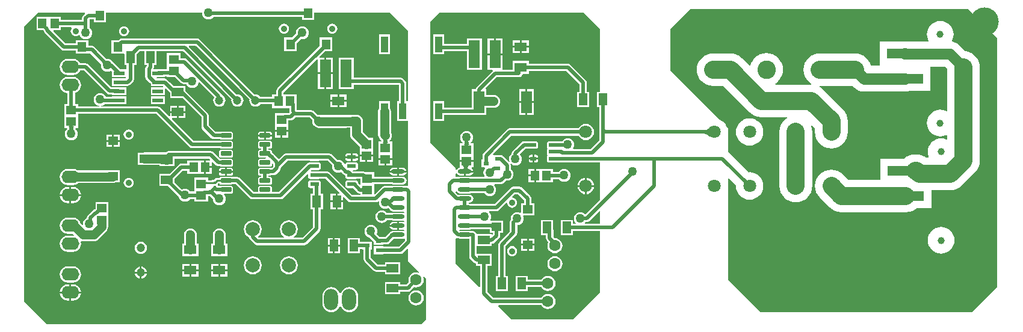
<source format=gtl>
G04*
G04 #@! TF.GenerationSoftware,Altium Limited,Altium Designer,20.0.10 (225)*
G04*
G04 Layer_Physical_Order=1*
G04 Layer_Color=255*
%FSLAX24Y24*%
%MOIN*%
G70*
G01*
G75*
%ADD14C,0.0100*%
%ADD18R,0.0472X0.0650*%
%ADD19R,0.0551X0.0472*%
%ADD20R,0.0512X0.0551*%
G04:AMPARAMS|DCode=21|XSize=21.7mil|YSize=31.5mil|CornerRadius=1.9mil|HoleSize=0mil|Usage=FLASHONLY|Rotation=270.000|XOffset=0mil|YOffset=0mil|HoleType=Round|Shape=RoundedRectangle|*
%AMROUNDEDRECTD21*
21,1,0.0217,0.0276,0,0,270.0*
21,1,0.0178,0.0315,0,0,270.0*
1,1,0.0039,-0.0138,-0.0089*
1,1,0.0039,-0.0138,0.0089*
1,1,0.0039,0.0138,0.0089*
1,1,0.0039,0.0138,-0.0089*
%
%ADD21ROUNDEDRECTD21*%
%ADD22R,0.0630X0.1535*%
%ADD23R,0.0472X0.0551*%
%ADD24R,0.0453X0.0531*%
%ADD25R,0.0531X0.0453*%
%ADD26R,0.0138X0.0157*%
%ADD27R,0.0551X0.0512*%
%ADD28R,0.0709X0.0512*%
%ADD29R,0.0650X0.0472*%
%ADD30R,0.0315X0.0236*%
%ADD31R,0.0606X0.1236*%
%ADD32O,0.0748X0.0236*%
%ADD33R,0.2008X0.0551*%
G04:AMPARAMS|DCode=34|XSize=21.7mil|YSize=49.2mil|CornerRadius=1.9mil|HoleSize=0mil|Usage=FLASHONLY|Rotation=90.000|XOffset=0mil|YOffset=0mil|HoleType=Round|Shape=RoundedRectangle|*
%AMROUNDEDRECTD34*
21,1,0.0217,0.0453,0,0,90.0*
21,1,0.0178,0.0492,0,0,90.0*
1,1,0.0039,0.0227,0.0089*
1,1,0.0039,0.0227,-0.0089*
1,1,0.0039,-0.0227,-0.0089*
1,1,0.0039,-0.0227,0.0089*
%
%ADD34ROUNDEDRECTD34*%
G04:AMPARAMS|DCode=35|XSize=23.6mil|YSize=57.1mil|CornerRadius=2mil|HoleSize=0mil|Usage=FLASHONLY|Rotation=90.000|XOffset=0mil|YOffset=0mil|HoleType=Round|Shape=RoundedRectangle|*
%AMROUNDEDRECTD35*
21,1,0.0236,0.0531,0,0,90.0*
21,1,0.0196,0.0571,0,0,90.0*
1,1,0.0040,0.0265,0.0098*
1,1,0.0040,0.0265,-0.0098*
1,1,0.0040,-0.0265,-0.0098*
1,1,0.0040,-0.0265,0.0098*
%
%ADD35ROUNDEDRECTD35*%
%ADD36R,0.0598X0.0236*%
%ADD37R,0.0394X0.0906*%
%ADD70C,0.0200*%
%ADD71C,0.0500*%
%ADD72C,0.0630*%
%ADD73C,0.1000*%
%ADD74C,0.0591*%
%ADD75C,0.1575*%
%ADD76C,0.0630*%
%ADD77C,0.0354*%
%ADD78O,0.0787X0.1181*%
%ADD79O,0.0984X0.0689*%
%ADD80C,0.0394*%
%ADD81C,0.0787*%
%ADD82C,0.0472*%
%ADD83C,0.1024*%
%ADD84C,0.0886*%
%ADD85C,0.0709*%
%ADD86C,0.0500*%
G36*
X31750Y26500D02*
Y22651D01*
X31747Y22602D01*
X31689Y22602D01*
X31654Y22638D01*
Y23590D01*
X31638Y23668D01*
X31594Y23734D01*
X31594Y23734D01*
X31484Y23844D01*
X31418Y23888D01*
X31340Y23904D01*
X28736D01*
Y25018D01*
X27906D01*
Y23282D01*
X28736D01*
Y23496D01*
X31246D01*
Y22602D01*
X31153D01*
Y21497D01*
X31747Y21497D01*
X31750Y21448D01*
Y17929D01*
X31711Y17898D01*
X31680Y17904D01*
X31543D01*
X31541Y17905D01*
X31456Y17922D01*
X30944D01*
X30859Y17905D01*
X30856Y17904D01*
X30464D01*
X30386Y17888D01*
X30319Y17844D01*
X29926Y17450D01*
X29876Y17471D01*
Y17996D01*
X30856D01*
X30859Y17995D01*
X30944Y17978D01*
X31456D01*
X31541Y17995D01*
X31613Y18043D01*
X31661Y18115D01*
X31678Y18200D01*
X31661Y18285D01*
X31613Y18357D01*
X31541Y18405D01*
X31456Y18422D01*
X30944D01*
X30859Y18405D01*
X30856Y18404D01*
X29876D01*
Y18671D01*
X29400D01*
X29373Y18688D01*
X29295Y18704D01*
X28894D01*
X28860Y18711D01*
X28711D01*
X28682Y18746D01*
X28701Y18789D01*
X28860D01*
X28907Y18799D01*
X28946Y18825D01*
X28973Y18865D01*
X28982Y18911D01*
Y19089D01*
X28973Y19135D01*
X28946Y19175D01*
X28907Y19201D01*
X28860Y19211D01*
X28407D01*
X28360Y19201D01*
X28321Y19175D01*
X28294Y19135D01*
X28288Y19103D01*
X28277Y19100D01*
X28237Y19102D01*
X28206Y19177D01*
X28150Y19250D01*
X28077Y19306D01*
X27991Y19341D01*
X27900Y19353D01*
X27843Y19346D01*
X27544Y19644D01*
X27478Y19688D01*
X27400Y19704D01*
X26827D01*
X26793Y19711D01*
X26340D01*
X26306Y19704D01*
X24985D01*
X24907Y19688D01*
X24841Y19644D01*
X24616Y19420D01*
X24566Y19420D01*
X24311Y19675D01*
X24311Y19675D01*
X24311Y19675D01*
X24289Y19690D01*
X24211Y19768D01*
Y19798D01*
X24201Y19845D01*
X24175Y19885D01*
X24135Y19911D01*
X24088Y19920D01*
X24027D01*
Y19980D01*
X24088D01*
X24135Y19989D01*
X24175Y20015D01*
X24201Y20055D01*
X24211Y20102D01*
Y20298D01*
X24201Y20345D01*
X24175Y20385D01*
X24135Y20411D01*
X24088Y20420D01*
X23557D01*
X23511Y20411D01*
X23471Y20385D01*
X23444Y20345D01*
X23435Y20298D01*
Y20102D01*
X23444Y20055D01*
X23471Y20015D01*
X23511Y19989D01*
X23557Y19980D01*
X23619D01*
Y19920D01*
X23557D01*
X23511Y19911D01*
X23471Y19885D01*
X23444Y19845D01*
X23435Y19798D01*
Y19602D01*
X23444Y19555D01*
X23471Y19515D01*
X23511Y19489D01*
X23557Y19480D01*
X23886D01*
X23892Y19470D01*
X23866Y19420D01*
X23557D01*
X23511Y19411D01*
X23471Y19385D01*
X23444Y19345D01*
X23435Y19298D01*
Y19102D01*
X23444Y19055D01*
X23471Y19015D01*
X23511Y18989D01*
X23557Y18980D01*
X24088D01*
X24135Y18989D01*
X24175Y19015D01*
X24201Y19055D01*
X24211Y19102D01*
Y19133D01*
X24257Y19152D01*
X24296Y19113D01*
Y18984D01*
X24216Y18904D01*
X24146D01*
X24135Y18911D01*
X24088Y18920D01*
X23557D01*
X23511Y18911D01*
X23471Y18885D01*
X23444Y18845D01*
X23435Y18798D01*
Y18602D01*
X23444Y18555D01*
X23471Y18515D01*
X23511Y18489D01*
X23557Y18480D01*
X23619D01*
Y18420D01*
X23557D01*
X23511Y18411D01*
X23471Y18385D01*
X23444Y18345D01*
X23435Y18298D01*
Y18102D01*
X23444Y18055D01*
X23471Y18015D01*
X23511Y17989D01*
X23557Y17980D01*
X24088D01*
X24135Y17989D01*
X24175Y18015D01*
X24201Y18055D01*
X24211Y18102D01*
Y18298D01*
X24201Y18345D01*
X24175Y18385D01*
X24135Y18411D01*
X24088Y18420D01*
X24027D01*
Y18480D01*
X24088D01*
X24135Y18489D01*
X24146Y18496D01*
X24300D01*
X24378Y18512D01*
X24444Y18556D01*
X24644Y18756D01*
X24688Y18822D01*
X24704Y18900D01*
Y18930D01*
X25070Y19296D01*
X26306D01*
X26340Y19289D01*
X26793D01*
X26827Y19296D01*
X27316D01*
X27555Y19057D01*
X27547Y19000D01*
X27559Y18909D01*
X27594Y18823D01*
X27650Y18750D01*
X27723Y18694D01*
X27809Y18659D01*
X27900Y18647D01*
X27991Y18659D01*
X28040Y18679D01*
X28172Y18548D01*
X28238Y18503D01*
X28285Y18494D01*
Y18411D01*
X28294Y18365D01*
X28321Y18325D01*
X28360Y18299D01*
X28407Y18289D01*
X28860D01*
X28891Y18295D01*
X28934Y18296D01*
X29124D01*
Y18006D01*
X29074Y17985D01*
X28982Y18078D01*
Y18089D01*
X28973Y18135D01*
X28946Y18175D01*
X28907Y18201D01*
X28860Y18211D01*
X28407D01*
X28360Y18201D01*
X28321Y18175D01*
X28294Y18135D01*
X28285Y18089D01*
Y17911D01*
X28294Y17865D01*
X28321Y17825D01*
X28360Y17799D01*
X28407Y17789D01*
X28693D01*
X28937Y17546D01*
X28937Y17546D01*
X28937Y17546D01*
X28970Y17524D01*
X29003Y17502D01*
X29003Y17502D01*
X29003Y17502D01*
X29045Y17494D01*
X29081Y17486D01*
X29124Y17469D01*
Y17404D01*
X28654D01*
X27414Y18644D01*
X27348Y18688D01*
X27270Y18704D01*
X26827D01*
X26793Y18711D01*
X26389D01*
X26369Y18756D01*
X26396Y18789D01*
X26793D01*
X26840Y18799D01*
X26879Y18825D01*
X26906Y18865D01*
X26915Y18911D01*
Y19089D01*
X26906Y19135D01*
X26879Y19175D01*
X26840Y19201D01*
X26793Y19211D01*
X26340D01*
X26293Y19201D01*
X26292Y19200D01*
X26232Y19188D01*
X26166Y19144D01*
X24606Y17584D01*
X24225D01*
X24211Y17602D01*
Y17798D01*
X24201Y17845D01*
X24175Y17885D01*
X24135Y17911D01*
X24088Y17920D01*
X23557D01*
X23511Y17911D01*
X23471Y17885D01*
X23444Y17845D01*
X23435Y17798D01*
Y17602D01*
X23420Y17584D01*
X23204D01*
X22444Y18344D01*
X22378Y18388D01*
X22300Y18404D01*
X22000D01*
X21989Y18411D01*
X21943Y18420D01*
X21412D01*
X21365Y18411D01*
X21325Y18385D01*
X21304Y18353D01*
X21168D01*
X21110Y18341D01*
X21060Y18308D01*
X21003Y18251D01*
X20881D01*
Y18225D01*
X20676D01*
Y18371D01*
X19924D01*
Y17596D01*
X19690D01*
X19650Y17650D01*
X19577Y17706D01*
X19491Y17741D01*
X19400Y17753D01*
X19309Y17741D01*
X19229Y17708D01*
X18825Y18112D01*
Y18297D01*
X19274Y18746D01*
X19529D01*
Y18574D01*
X20465D01*
Y18950D01*
Y19326D01*
X19529D01*
Y19154D01*
X19190D01*
X19112Y19138D01*
X19046Y19094D01*
X18536Y18585D01*
X17975D01*
Y17913D01*
X18448D01*
X19064Y17296D01*
X19094Y17223D01*
X19150Y17150D01*
X19223Y17094D01*
X19309Y17059D01*
X19400Y17047D01*
X19491Y17059D01*
X19577Y17094D01*
X19650Y17150D01*
X19679Y17189D01*
X19924D01*
Y17029D01*
X20676D01*
Y17337D01*
X20793D01*
X20949Y17181D01*
X20959Y17109D01*
X20994Y17023D01*
X21050Y16950D01*
X21123Y16894D01*
X21209Y16859D01*
X21300Y16847D01*
X21391Y16859D01*
X21477Y16894D01*
X21550Y16950D01*
X21606Y17023D01*
X21641Y17109D01*
X21653Y17200D01*
X21641Y17291D01*
X21606Y17377D01*
X21565Y17430D01*
X21590Y17480D01*
X21943D01*
X21989Y17489D01*
X22029Y17515D01*
X22056Y17555D01*
X22065Y17602D01*
Y17798D01*
X22056Y17845D01*
X22029Y17885D01*
X21989Y17911D01*
X21943Y17920D01*
X21667D01*
X21659Y17922D01*
X21659Y17922D01*
X21659Y17922D01*
X21219D01*
Y18034D01*
X21231Y18047D01*
X21304D01*
X21325Y18015D01*
X21365Y17989D01*
X21412Y17980D01*
X21943D01*
X21989Y17989D01*
X22000Y17996D01*
X22216D01*
X22976Y17236D01*
X23042Y17192D01*
X23120Y17176D01*
X24690D01*
X24768Y17192D01*
X24834Y17236D01*
X26168Y18570D01*
X26218Y18549D01*
Y18411D01*
X26227Y18365D01*
X26254Y18325D01*
X26293Y18299D01*
X26340Y18289D01*
X26793D01*
X26824Y18295D01*
X26867Y18296D01*
X27186D01*
X27961Y17521D01*
X27941Y17475D01*
X27851D01*
Y17100D01*
X28137D01*
Y17279D01*
X28184Y17298D01*
X28426Y17056D01*
X28492Y17012D01*
X28570Y16996D01*
X28570Y16996D01*
X29964D01*
X30042Y17012D01*
X30104Y17053D01*
X30119Y17048D01*
X30151Y17028D01*
X30147Y17000D01*
X30159Y16909D01*
X30194Y16823D01*
X30250Y16750D01*
X30323Y16694D01*
X30409Y16659D01*
X30500Y16647D01*
X30591Y16659D01*
X30659Y16687D01*
X30715Y16630D01*
X30739Y16605D01*
X30754Y16588D01*
X30757Y16585D01*
X30757Y16584D01*
X30763Y16578D01*
X30786Y16543D01*
X30859Y16495D01*
X30944Y16478D01*
X31456D01*
X31501Y16487D01*
X31548Y16451D01*
Y16449D01*
X31501Y16413D01*
X31456Y16422D01*
X30944D01*
X30886Y16411D01*
X30578D01*
X30543Y16457D01*
X30470Y16513D01*
X30384Y16548D01*
X30293Y16560D01*
X30202Y16548D01*
X30117Y16513D01*
X30043Y16457D01*
X29987Y16383D01*
X29952Y16298D01*
X29940Y16207D01*
X29952Y16116D01*
X29987Y16030D01*
X30043Y15957D01*
X30117Y15901D01*
X30202Y15866D01*
X30293Y15854D01*
X30384Y15866D01*
X30470Y15901D01*
X30543Y15957D01*
X30578Y16003D01*
X30846D01*
X30859Y15995D01*
X30944Y15978D01*
X31456D01*
X31501Y15987D01*
X31548Y15951D01*
Y15949D01*
X31501Y15913D01*
X31456Y15922D01*
X31250D01*
Y15700D01*
Y15478D01*
X31456D01*
X31501Y15487D01*
X31548Y15451D01*
Y15449D01*
X31501Y15413D01*
X31456Y15422D01*
X30944D01*
X30859Y15405D01*
X30838Y15392D01*
X30822Y15388D01*
X30756Y15344D01*
X30490Y15078D01*
X30181D01*
X30015Y15245D01*
X30041Y15309D01*
X30053Y15400D01*
X30041Y15491D01*
X30006Y15577D01*
X29950Y15650D01*
X29877Y15706D01*
X29791Y15741D01*
X29700Y15753D01*
X29609Y15741D01*
X29523Y15706D01*
X29450Y15650D01*
X29394Y15577D01*
X29359Y15491D01*
X29347Y15400D01*
X29359Y15309D01*
X29394Y15223D01*
X29450Y15150D01*
X29523Y15094D01*
X29609Y15059D01*
X29626Y15057D01*
X29857Y14825D01*
Y14638D01*
X30372D01*
Y14670D01*
X30574D01*
X30652Y14686D01*
X30718Y14730D01*
X30966Y14978D01*
X31456D01*
X31526Y14992D01*
X31576Y14963D01*
Y14884D01*
X31240Y14548D01*
X30372D01*
Y14562D01*
X29857D01*
Y14126D01*
X30372D01*
Y14140D01*
X31324D01*
X31402Y14156D01*
X31468Y14200D01*
X31704Y14435D01*
X31750Y14416D01*
Y13750D01*
X32365Y13135D01*
X32337Y13092D01*
X32308Y13104D01*
X32200Y13119D01*
X32092Y13104D01*
X31991Y13062D01*
X31904Y12996D01*
X31838Y12909D01*
X31796Y12808D01*
X31781Y12700D01*
X31796Y12592D01*
X31798Y12586D01*
X31664Y12453D01*
X31325D01*
Y12585D01*
X30475D01*
Y11913D01*
X31325D01*
Y12045D01*
X31749D01*
X31827Y12060D01*
X31893Y12105D01*
X32086Y12298D01*
X32092Y12296D01*
X32200Y12281D01*
X32308Y12296D01*
X32409Y12338D01*
X32496Y12404D01*
X32562Y12491D01*
X32604Y12592D01*
X32619Y12700D01*
X32604Y12808D01*
X32592Y12837D01*
X32635Y12865D01*
X32750Y12750D01*
Y10500D01*
X32500Y10250D01*
X11750D01*
X10500Y11500D01*
Y26750D01*
X10750Y27000D01*
X11250Y27500D01*
X13835D01*
X13856Y27450D01*
X13756Y27350D01*
X13712Y27284D01*
X13696Y27206D01*
Y27104D01*
X12515D01*
Y27266D01*
X11863D01*
X11863Y27266D01*
X11826D01*
Y27266D01*
X11813Y27266D01*
X11174D01*
Y26534D01*
X11538D01*
X11568Y26504D01*
X11574Y26473D01*
X11618Y26407D01*
X12556Y25470D01*
X12622Y25425D01*
X12700Y25410D01*
X13362D01*
Y25238D01*
X14035D01*
Y25261D01*
X14150D01*
X14755Y24657D01*
X14747Y24600D01*
X14759Y24509D01*
X14794Y24423D01*
X14850Y24350D01*
X14923Y24294D01*
X15009Y24259D01*
X15100Y24247D01*
X15191Y24259D01*
X15277Y24294D01*
X15295Y24309D01*
X15343Y24261D01*
Y23932D01*
X16111Y23932D01*
X16129Y23900D01*
X16111Y23868D01*
X16044D01*
X16041Y23869D01*
X16037Y23868D01*
X16029D01*
X16029Y23868D01*
X16028Y23868D01*
X15343D01*
Y23432D01*
X16028D01*
X16029Y23432D01*
X16029Y23432D01*
X16037D01*
X16041Y23431D01*
X16044Y23432D01*
X16142D01*
Y23445D01*
X16161Y23446D01*
X16220D01*
X16298Y23462D01*
X16364Y23506D01*
X16514Y23656D01*
X16558Y23722D01*
X16574Y23800D01*
Y24625D01*
X16706D01*
Y25186D01*
X16891Y25371D01*
X17136D01*
Y24625D01*
X17269D01*
Y24557D01*
X17257Y24545D01*
X17212Y24479D01*
X17197Y24401D01*
Y23949D01*
X17197Y23949D01*
X17197Y23949D01*
X17204Y23911D01*
X17212Y23871D01*
X17212Y23871D01*
X17212Y23871D01*
X17232Y23842D01*
X17257Y23805D01*
X17257Y23805D01*
X17257Y23805D01*
X17396Y23665D01*
X17396Y23665D01*
X17396Y23665D01*
X17396Y23665D01*
X17429Y23643D01*
X17454Y23627D01*
X17501Y23580D01*
Y23432D01*
X18182D01*
X18192Y23418D01*
X18166Y23368D01*
X17501D01*
Y22932D01*
X18299D01*
Y23278D01*
X18345Y23297D01*
X18575Y23068D01*
Y22765D01*
X19267D01*
X20306Y21726D01*
Y21200D01*
X20322Y21122D01*
X20366Y21056D01*
X20866Y20556D01*
X20932Y20512D01*
X21010Y20496D01*
X21354D01*
X21365Y20489D01*
X21412Y20480D01*
X21943D01*
X21989Y20489D01*
X22029Y20515D01*
X22056Y20555D01*
X22065Y20602D01*
Y20798D01*
X22056Y20845D01*
X22029Y20885D01*
X21989Y20911D01*
X21943Y20920D01*
X21412D01*
X21365Y20911D01*
X21354Y20904D01*
X21094D01*
X20714Y21284D01*
Y21810D01*
X20698Y21888D01*
X20654Y21954D01*
X19425Y23184D01*
Y23437D01*
X18782D01*
X18565Y23655D01*
X18565Y23655D01*
X18565Y23655D01*
X18425Y23794D01*
X18425Y23794D01*
X18425Y23794D01*
X18425Y23794D01*
X18398Y23813D01*
X18359Y23838D01*
X18359Y23838D01*
X18359Y23838D01*
X18324Y23845D01*
X18299Y23850D01*
Y23868D01*
X17818D01*
X17809Y23882D01*
X17834Y23932D01*
X18299D01*
Y23964D01*
X18396D01*
Y23929D01*
X18858D01*
X19174Y23613D01*
X19241Y23569D01*
X19319Y23553D01*
X19482D01*
X19494Y23523D01*
X19550Y23450D01*
X19623Y23394D01*
X19709Y23359D01*
X19800Y23347D01*
X19891Y23359D01*
X19977Y23394D01*
X20050Y23450D01*
X20106Y23523D01*
X20141Y23609D01*
X20145Y23640D01*
X20192Y23656D01*
X21016Y22832D01*
X21006Y22820D01*
X20972Y22738D01*
X20961Y22650D01*
X20972Y22562D01*
X21006Y22480D01*
X21060Y22410D01*
X21130Y22356D01*
X21212Y22322D01*
X21300Y22311D01*
X21388Y22322D01*
X21470Y22356D01*
X21540Y22410D01*
X21594Y22480D01*
X21628Y22562D01*
X21639Y22650D01*
X21628Y22738D01*
X21594Y22820D01*
X21540Y22890D01*
X21470Y22944D01*
X21438Y22957D01*
X21436Y22967D01*
X21392Y23033D01*
X19491Y24934D01*
X19425Y24978D01*
X19347Y24993D01*
X19147D01*
Y25271D01*
X18396D01*
Y24559D01*
Y24372D01*
X17918D01*
X17898Y24368D01*
X17699D01*
X17666Y24418D01*
X17676Y24472D01*
X17676Y24472D01*
Y24625D01*
X17809D01*
Y25371D01*
X19291D01*
X21967Y22695D01*
X21961Y22650D01*
X21972Y22562D01*
X22006Y22480D01*
X22060Y22410D01*
X22130Y22356D01*
X22212Y22322D01*
X22300Y22311D01*
X22388Y22322D01*
X22470Y22356D01*
X22540Y22410D01*
X22594Y22480D01*
X22628Y22562D01*
X22639Y22650D01*
X22628Y22738D01*
X22594Y22820D01*
X22540Y22890D01*
X22470Y22944D01*
X22388Y22978D01*
X22300Y22989D01*
X22255Y22983D01*
X19614Y25625D01*
X19633Y25671D01*
X19991D01*
X22967Y22695D01*
X22961Y22650D01*
X22972Y22562D01*
X23006Y22480D01*
X23060Y22410D01*
X23130Y22356D01*
X23212Y22322D01*
X23300Y22311D01*
X23388Y22322D01*
X23470Y22356D01*
X23540Y22410D01*
X23567Y22446D01*
X24229D01*
Y22224D01*
X25167D01*
Y22029D01*
X25175Y21988D01*
X25135Y21940D01*
X24906D01*
X24886Y21936D01*
X24374D01*
Y21224D01*
Y21000D01*
X24750D01*
X25126D01*
Y21224D01*
Y21532D01*
X25255D01*
X25333Y21547D01*
X25399Y21592D01*
X25503Y21696D01*
X26316D01*
X26455Y21557D01*
X26447Y21500D01*
X26459Y21409D01*
X26494Y21323D01*
X26550Y21250D01*
X26571Y21230D01*
X26571Y21230D01*
X26644Y21173D01*
X26729Y21138D01*
X26821Y21126D01*
X27446D01*
Y21123D01*
X28354D01*
Y21132D01*
X28547D01*
Y20765D01*
X28559Y20674D01*
X28594Y20588D01*
X28650Y20515D01*
X29074Y20091D01*
Y19859D01*
Y19635D01*
X29826D01*
Y19859D01*
Y20571D01*
X29593D01*
X29253Y20911D01*
Y21500D01*
X29241Y21591D01*
X29206Y21677D01*
X29150Y21750D01*
X29077Y21806D01*
X28991Y21841D01*
X28900Y21853D01*
X28700D01*
X28609Y21841D01*
X28602Y21838D01*
X27906D01*
X27883Y21835D01*
X27446D01*
Y21832D01*
X26913D01*
X26891Y21841D01*
X26800Y21853D01*
X26743Y21846D01*
X26544Y22044D01*
X26478Y22088D01*
X26400Y22104D01*
X25584D01*
X25575Y22114D01*
Y22444D01*
X25571Y22464D01*
Y22976D01*
X24865D01*
Y23091D01*
X26718Y24944D01*
X26764Y24925D01*
Y24200D01*
X27129D01*
Y25018D01*
X26857D01*
X26838Y25064D01*
X27154Y25380D01*
X27538D01*
Y26132D01*
X26866D01*
Y25669D01*
X24517Y23320D01*
X24473Y23254D01*
X24457Y23176D01*
Y22976D01*
X24229D01*
Y22854D01*
X23567D01*
X23540Y22890D01*
X23470Y22944D01*
X23388Y22978D01*
X23300Y22989D01*
X23255Y22983D01*
X20219Y26019D01*
X20153Y26063D01*
X20075Y26079D01*
X15889D01*
X15810Y26063D01*
X15744Y26019D01*
X15715Y25989D01*
X15331D01*
Y25238D01*
X16003D01*
X16034Y25201D01*
Y24625D01*
X16166D01*
Y24408D01*
X16142Y24368D01*
X16116Y24368D01*
X15813D01*
X15437Y24744D01*
X15412Y24760D01*
X15406Y24777D01*
X15350Y24850D01*
X15277Y24906D01*
X15191Y24941D01*
X15100Y24953D01*
X15043Y24945D01*
X14379Y25610D01*
X14313Y25654D01*
X14235Y25669D01*
X14035D01*
Y25989D01*
X13362D01*
Y25818D01*
X12785D01*
X12114Y26488D01*
X12133Y26534D01*
X12515D01*
Y26696D01*
X13098D01*
X13122Y26646D01*
X13102Y26620D01*
X13074Y26552D01*
X13065Y26480D01*
X13074Y26408D01*
X13102Y26340D01*
X13146Y26282D01*
X13204Y26238D01*
X13272Y26210D01*
X13344Y26200D01*
X13416Y26210D01*
X13484Y26238D01*
X13522Y26267D01*
X13580Y26257D01*
X13594Y26223D01*
X13650Y26150D01*
X13723Y26094D01*
X13809Y26059D01*
X13900Y26047D01*
X13991Y26059D01*
X14077Y26094D01*
X14150Y26150D01*
X14206Y26223D01*
X14241Y26309D01*
X14253Y26400D01*
X14241Y26491D01*
X14206Y26577D01*
X14150Y26650D01*
X14104Y26685D01*
Y27121D01*
X14125Y27142D01*
X14346D01*
Y26971D01*
X15019D01*
Y27500D01*
X20347D01*
X20359Y27409D01*
X20394Y27323D01*
X20450Y27250D01*
X20523Y27194D01*
X20609Y27159D01*
X20700Y27147D01*
X20791Y27159D01*
X20877Y27194D01*
X20950Y27250D01*
X20976Y27284D01*
X25882D01*
Y27113D01*
X26554D01*
Y27500D01*
X30750D01*
X31750Y26500D01*
D02*
G37*
G36*
X16042Y23764D02*
X16048Y23761D01*
X16057Y23758D01*
X16069Y23756D01*
X16085Y23754D01*
X16155Y23751D01*
X16220Y23750D01*
Y23550D01*
X16186Y23550D01*
X16057Y23542D01*
X16048Y23539D01*
X16042Y23536D01*
X16041Y23533D01*
Y23767D01*
X16042Y23764D01*
D02*
G37*
G36*
X48452Y20648D02*
X48423Y20676D01*
X48394Y20701D01*
X48364Y20724D01*
X48335Y20743D01*
X48305Y20759D01*
X48275Y20772D01*
X48244Y20783D01*
X48214Y20790D01*
X48183Y20795D01*
X48153Y20796D01*
Y20996D01*
X48183Y20998D01*
X48214Y21002D01*
X48244Y21009D01*
X48275Y21020D01*
X48305Y21033D01*
X48335Y21049D01*
X48364Y21069D01*
X48394Y21091D01*
X48423Y21116D01*
X48452Y21144D01*
Y20648D01*
D02*
G37*
G36*
X42400Y26600D02*
Y23125D01*
X42215D01*
Y22275D01*
X42347D01*
Y21000D01*
Y20436D01*
X41866Y19954D01*
X40909D01*
X40887Y19999D01*
X40906Y20023D01*
X40941Y20109D01*
X40953Y20200D01*
X40941Y20291D01*
X40906Y20377D01*
X40850Y20450D01*
X40777Y20506D01*
X40691Y20541D01*
X40600Y20553D01*
X40509Y20541D01*
X40423Y20506D01*
X40350Y20450D01*
X40302Y20386D01*
X39710D01*
X39702Y20385D01*
X39564D01*
X39517Y20375D01*
X39478Y20349D01*
X39451Y20309D01*
X39442Y20263D01*
Y20085D01*
X39451Y20039D01*
X39461Y20024D01*
X39474Y19987D01*
X39461Y19950D01*
X39451Y19935D01*
X39442Y19889D01*
Y19711D01*
X39451Y19665D01*
X39461Y19650D01*
X39474Y19613D01*
X39461Y19576D01*
X39451Y19561D01*
X39442Y19515D01*
Y19337D01*
X39451Y19291D01*
X39478Y19251D01*
X39517Y19225D01*
X39564Y19215D01*
X39840D01*
X39874Y19222D01*
X42400D01*
Y17148D01*
X41598Y16346D01*
X41550Y16350D01*
X41477Y16406D01*
X41391Y16441D01*
X41300Y16453D01*
X41209Y16441D01*
X41123Y16406D01*
X41050Y16350D01*
X40994Y16277D01*
X40959Y16191D01*
X40947Y16100D01*
X40959Y16009D01*
X40994Y15923D01*
X41048Y15854D01*
X41043Y15829D01*
X41035Y15804D01*
X40899D01*
Y16025D01*
X40227D01*
Y15175D01*
X40899D01*
Y15396D01*
X42400D01*
Y12000D01*
X40900Y10500D01*
X37500D01*
X36750Y11250D01*
X36769Y11296D01*
X39135D01*
X39138Y11291D01*
X39204Y11204D01*
X39291Y11138D01*
X39392Y11096D01*
X39500Y11081D01*
X39608Y11096D01*
X39709Y11138D01*
X39796Y11204D01*
X39862Y11291D01*
X39904Y11392D01*
X39919Y11500D01*
X39904Y11608D01*
X39862Y11709D01*
X39796Y11796D01*
X39709Y11862D01*
X39608Y11904D01*
X39500Y11919D01*
X39392Y11904D01*
X39291Y11862D01*
X39204Y11796D01*
X39138Y11709D01*
X39135Y11704D01*
X36484D01*
X36154Y12034D01*
Y13463D01*
X36375D01*
Y14135D01*
X35554D01*
Y14565D01*
X36375D01*
Y14697D01*
X36400D01*
X36478Y14713D01*
X36544Y14757D01*
X36798Y15011D01*
X36842Y15077D01*
X36858Y15155D01*
Y15296D01*
X37029D01*
Y15969D01*
X36327D01*
X36302Y16019D01*
X36306Y16023D01*
X36341Y16109D01*
X36353Y16200D01*
X36341Y16291D01*
X36306Y16377D01*
X36252Y16446D01*
X36257Y16471D01*
X36265Y16496D01*
X36635D01*
X36713Y16512D01*
X36779Y16556D01*
X37192Y16968D01*
X37243Y16949D01*
X37250Y16899D01*
X37278Y16832D01*
X37322Y16774D01*
X37380Y16729D01*
X37448Y16701D01*
X37520Y16692D01*
X37592Y16701D01*
X37660Y16729D01*
X37718Y16774D01*
X37762Y16832D01*
X37790Y16899D01*
X37800Y16971D01*
X37790Y17044D01*
X37762Y17111D01*
X37718Y17169D01*
X37660Y17213D01*
X37592Y17241D01*
X37542Y17248D01*
X37523Y17300D01*
X37680Y17456D01*
X37842D01*
X38182Y17116D01*
Y16953D01*
X38011D01*
Y16437D01*
X37961Y16412D01*
X37891Y16441D01*
X37800Y16453D01*
X37709Y16441D01*
X37623Y16406D01*
X37550Y16350D01*
X37494Y16277D01*
X37459Y16191D01*
X37447Y16100D01*
X37455Y16042D01*
X37412Y15978D01*
X37396Y15900D01*
Y15384D01*
X36805Y14793D01*
X36760Y14727D01*
X36745Y14649D01*
Y12925D01*
X36613D01*
Y12075D01*
X37285D01*
Y12925D01*
X37153D01*
Y14564D01*
X37744Y15156D01*
X37788Y15222D01*
X37804Y15300D01*
X37804Y15300D01*
Y15747D01*
X37891Y15759D01*
X37977Y15794D01*
X38050Y15850D01*
X38106Y15923D01*
X38141Y16009D01*
X38153Y16100D01*
X38141Y16191D01*
X38125Y16231D01*
X38158Y16281D01*
X38762D01*
Y16953D01*
X38590D01*
Y17200D01*
X38575Y17278D01*
X38530Y17344D01*
X38070Y17804D01*
X38004Y17848D01*
X37926Y17864D01*
X37595D01*
X37517Y17848D01*
X37451Y17804D01*
X36551Y16904D01*
X35244D01*
X35241Y16905D01*
X35156Y16922D01*
X35104D01*
Y16978D01*
X35156D01*
X35241Y16995D01*
X35314Y17043D01*
X35362Y17115D01*
X35379Y17200D01*
X35362Y17285D01*
X35314Y17357D01*
X35241Y17405D01*
X35156Y17422D01*
X34644D01*
X34559Y17405D01*
X34557Y17404D01*
X34524D01*
X34400Y17528D01*
Y17583D01*
X34450Y17598D01*
X34487Y17543D01*
X34559Y17495D01*
X34644Y17478D01*
X35156D01*
X35241Y17495D01*
X35244Y17496D01*
X35995D01*
X36030Y17450D01*
X36103Y17394D01*
X36189Y17359D01*
X36280Y17347D01*
X36371Y17359D01*
X36457Y17394D01*
X36530Y17450D01*
X36586Y17523D01*
X36621Y17609D01*
X36633Y17700D01*
X36621Y17791D01*
X36586Y17877D01*
X36532Y17946D01*
X36537Y17971D01*
X36545Y17996D01*
X36880D01*
X36958Y18012D01*
X37024Y18056D01*
X37178Y18210D01*
X37235Y18202D01*
X37327Y18214D01*
X37412Y18250D01*
X37485Y18306D01*
X37541Y18379D01*
X37576Y18464D01*
X37588Y18555D01*
X37576Y18647D01*
X37541Y18732D01*
X37485Y18805D01*
X37439Y18840D01*
Y19045D01*
X37427Y19105D01*
X37472Y19134D01*
X37523Y19094D01*
X37609Y19059D01*
X37700Y19047D01*
X37791Y19059D01*
X37877Y19094D01*
X37950Y19150D01*
X38006Y19223D01*
X38041Y19309D01*
X38053Y19400D01*
X38041Y19491D01*
X38006Y19577D01*
X37950Y19650D01*
X37949Y19661D01*
X38258Y19970D01*
X38526D01*
X38560Y19963D01*
X38836D01*
X38883Y19973D01*
X38922Y19999D01*
X38949Y20039D01*
X38958Y20085D01*
Y20263D01*
X38949Y20309D01*
X38922Y20349D01*
X38883Y20375D01*
X38836Y20385D01*
X38560D01*
X38526Y20378D01*
X38174D01*
X38096Y20362D01*
X38030Y20318D01*
X38030Y20318D01*
X37556Y19844D01*
X37512Y19778D01*
X37496Y19700D01*
Y19685D01*
X37450Y19650D01*
X37394Y19577D01*
X37359Y19491D01*
X37347Y19400D01*
X37359Y19309D01*
X37379Y19260D01*
X37337Y19232D01*
X37018Y19550D01*
X36972Y19581D01*
Y19624D01*
X36483D01*
X36462Y19674D01*
X37481Y20692D01*
X41192D01*
X41202Y20667D01*
X41275Y20572D01*
X41370Y20499D01*
X41480Y20453D01*
X41599Y20438D01*
X41717Y20453D01*
X41828Y20499D01*
X41923Y20572D01*
X41996Y20667D01*
X42041Y20777D01*
X42057Y20896D01*
X42041Y21015D01*
X41996Y21125D01*
X41923Y21220D01*
X41828Y21293D01*
X41717Y21339D01*
X41599Y21354D01*
X41480Y21339D01*
X41370Y21293D01*
X41275Y21220D01*
X41202Y21125D01*
X41192Y21100D01*
X37396D01*
X37318Y21084D01*
X37252Y21040D01*
X35941Y19729D01*
X35897Y19663D01*
X35881Y19585D01*
Y19368D01*
X35828D01*
Y18932D01*
X35994D01*
X36017Y18882D01*
X35974Y18827D01*
X35939Y18741D01*
X35927Y18650D01*
X35939Y18559D01*
X35974Y18473D01*
X35993Y18449D01*
X35971Y18404D01*
X35244D01*
X35241Y18405D01*
X35156Y18422D01*
X34644D01*
X34559Y18405D01*
X34557Y18404D01*
X34400D01*
Y18583D01*
X34450Y18598D01*
X34487Y18543D01*
X34559Y18495D01*
X34644Y18478D01*
X34850D01*
Y18700D01*
X34900D01*
Y18750D01*
X35369D01*
X35362Y18785D01*
X35314Y18857D01*
X35281Y18879D01*
X35296Y18929D01*
X35376D01*
Y19235D01*
X35000D01*
X34624D01*
Y18929D01*
X34582Y18910D01*
X34559Y18905D01*
X34487Y18857D01*
X34450Y18802D01*
X34400Y18817D01*
Y18900D01*
X33000Y20300D01*
Y27000D01*
X33500Y27500D01*
X41500D01*
X42400Y26600D01*
D02*
G37*
G36*
X35131Y19030D02*
X35114Y19023D01*
X35099Y19013D01*
X35086Y18999D01*
X35075Y18981D01*
X35066Y18959D01*
X35059Y18933D01*
X35058Y18924D01*
X35059Y18915D01*
X35066Y18889D01*
X35075Y18867D01*
X35086Y18849D01*
X35099Y18835D01*
X35114Y18825D01*
X35131Y18819D01*
X35150Y18817D01*
X34750D01*
X34769Y18819D01*
X34786Y18825D01*
X34801Y18835D01*
X34814Y18849D01*
X34825Y18867D01*
X34834Y18889D01*
X34841Y18915D01*
X34843Y18924D01*
X34841Y18933D01*
X34834Y18959D01*
X34825Y18981D01*
X34814Y18999D01*
X34801Y19013D01*
X34786Y19023D01*
X34769Y19030D01*
X34750Y19032D01*
X35150D01*
X35131Y19030D01*
D02*
G37*
G36*
X36595Y18823D02*
X36579Y18808D01*
X36522Y18743D01*
X36519Y18737D01*
X36517Y18733D01*
X36517Y18730D01*
X36360Y18887D01*
X36363Y18887D01*
X36367Y18889D01*
X36373Y18892D01*
X36380Y18897D01*
X36399Y18913D01*
X36438Y18949D01*
X36453Y18965D01*
X36595Y18823D01*
D02*
G37*
G36*
X28876Y18602D02*
X28882Y18602D01*
X28947Y18600D01*
X29075Y18600D01*
Y18400D01*
X28874Y18397D01*
Y18603D01*
X28876Y18602D01*
D02*
G37*
G36*
X26809D02*
X26816Y18602D01*
X26880Y18600D01*
X27008Y18600D01*
Y18400D01*
X26807Y18397D01*
Y18603D01*
X26809Y18602D01*
D02*
G37*
G36*
X21393Y18250D02*
X21428Y18250D01*
X21578Y18260D01*
X21591Y18263D01*
X21601Y18267D01*
X21606Y18271D01*
Y18129D01*
X21601Y18133D01*
X21591Y18137D01*
X21578Y18140D01*
X21562Y18143D01*
X21519Y18147D01*
X21428Y18150D01*
X21393Y18150D01*
Y18100D01*
X21392Y18110D01*
X21389Y18118D01*
X21384Y18126D01*
X21377Y18132D01*
X21368Y18138D01*
X21357Y18142D01*
X21343Y18146D01*
X21328Y18148D01*
X21311Y18149D01*
X21291Y18150D01*
Y18250D01*
X21311Y18250D01*
X21328Y18252D01*
X21343Y18254D01*
X21357Y18258D01*
X21368Y18262D01*
X21377Y18268D01*
X21384Y18274D01*
X21389Y18282D01*
X21392Y18290D01*
X21393Y18300D01*
Y18250D01*
D02*
G37*
G36*
X20574Y18163D02*
X20577Y18154D01*
X20582Y18147D01*
X20589Y18140D01*
X20598Y18135D01*
X20610Y18130D01*
X20623Y18127D01*
X20638Y18124D01*
X20655Y18123D01*
X20674Y18122D01*
Y18022D01*
X20655Y18022D01*
X20638Y18020D01*
X20623Y18018D01*
X20610Y18014D01*
X20598Y18010D01*
X20589Y18004D01*
X20582Y17998D01*
X20577Y17990D01*
X20574Y17982D01*
X20573Y17972D01*
Y18172D01*
X20574Y18163D01*
D02*
G37*
G36*
X31517Y17802D02*
X31522Y17801D01*
X31621Y17800D01*
X31680Y17800D01*
Y17600D01*
X31514Y17598D01*
Y17802D01*
X31517Y17802D01*
D02*
G37*
G36*
X21397Y17812D02*
Y17588D01*
X21393Y17593D01*
X21385Y17599D01*
X21373Y17603D01*
X21358Y17607D01*
X21340Y17610D01*
X21317Y17613D01*
X21261Y17617D01*
X21191Y17618D01*
X21211Y17818D01*
X21397Y17812D01*
D02*
G37*
G36*
X29227Y17546D02*
X29225Y17554D01*
X29221Y17562D01*
X29214Y17568D01*
X29203Y17574D01*
X29190Y17579D01*
X29174Y17583D01*
X29155Y17586D01*
X29133Y17589D01*
X29081Y17590D01*
Y17790D01*
X29109Y17791D01*
X29155Y17794D01*
X29174Y17798D01*
X29190Y17802D01*
X29203Y17807D01*
X29214Y17812D01*
X29221Y17819D01*
X29225Y17827D01*
X29227Y17835D01*
Y17546D01*
D02*
G37*
G36*
X20798Y17541D02*
Y17441D01*
X20556Y17641D01*
X20596Y17642D01*
X20634Y17647D01*
X20671Y17654D01*
X20707Y17664D01*
X20742Y17676D01*
X20775Y17692D01*
X20808Y17710D01*
X20839Y17731D01*
X20869Y17755D01*
X20898Y17782D01*
X20798Y17541D01*
D02*
G37*
G36*
X64400Y26100D02*
X64400Y12300D01*
X63000Y10900D01*
X51300Y10900D01*
X49500Y12700D01*
X49500Y18299D01*
X49546Y18318D01*
X49920Y17945D01*
X49916Y17904D01*
X49930Y17756D01*
X49973Y17614D01*
X50043Y17483D01*
X50138Y17368D01*
X50253Y17274D01*
X50384Y17204D01*
X50526Y17161D01*
X50674Y17146D01*
X50821Y17161D01*
X50964Y17204D01*
X51095Y17274D01*
X51210Y17368D01*
X51304Y17483D01*
X51374Y17614D01*
X51417Y17756D01*
X51432Y17904D01*
X51417Y18052D01*
X51374Y18194D01*
X51304Y18325D01*
X51210Y18440D01*
X51095Y18534D01*
X50964Y18604D01*
X50821Y18647D01*
X50674Y18662D01*
X50633Y18658D01*
X49508Y19783D01*
X49500Y19789D01*
X49500Y21100D01*
X49396Y21204D01*
X49335Y21317D01*
X49241Y21432D01*
X49126Y21526D01*
X49013Y21587D01*
X46300Y24300D01*
X46300Y26600D01*
X47400Y27700D01*
X62800D01*
X64400Y26100D01*
D02*
G37*
G36*
X30855Y16922D02*
X30925Y16863D01*
X30957Y16841D01*
X30986Y16824D01*
X31014Y16812D01*
X31038Y16806D01*
X31061Y16804D01*
X31081Y16808D01*
X31099Y16817D01*
X30842Y16641D01*
X30839Y16646D01*
X30833Y16653D01*
X30814Y16674D01*
X30693Y16799D01*
X30816Y16959D01*
X30855Y16922D01*
D02*
G37*
G36*
X34586Y16598D02*
X34583Y16598D01*
X34578Y16599D01*
X34479Y16600D01*
X34420Y16600D01*
Y16800D01*
X34586Y16802D01*
Y16598D01*
D02*
G37*
G36*
X42400Y16506D02*
Y15804D01*
X41565D01*
X41557Y15829D01*
X41552Y15854D01*
X41585Y15896D01*
X41640D01*
X41718Y15912D01*
X41784Y15956D01*
X42354Y16525D01*
X42400Y16506D01*
D02*
G37*
G36*
X36278Y15296D02*
X36450D01*
Y15247D01*
X36423Y15225D01*
X36375Y15237D01*
Y15237D01*
X35546D01*
X35538Y15278D01*
X35494Y15344D01*
X35428Y15388D01*
X35350Y15404D01*
X35244D01*
X35241Y15405D01*
X35156Y15422D01*
X34644D01*
X34605Y15415D01*
X34583Y15439D01*
X34609Y15485D01*
X34644Y15478D01*
X35156D01*
X35241Y15495D01*
X35244Y15496D01*
X36278D01*
Y15296D01*
D02*
G37*
G36*
X36274Y15023D02*
X36278Y15018D01*
X36284Y15014D01*
X36293Y15011D01*
X36304Y15008D01*
X36318Y15005D01*
X36335Y15004D01*
X36376Y15001D01*
X36400Y15001D01*
Y14801D01*
X36376Y14801D01*
X36318Y14797D01*
X36304Y14795D01*
X36293Y14792D01*
X36284Y14788D01*
X36278Y14784D01*
X36274Y14780D01*
X36272Y14775D01*
Y15028D01*
X36274Y15023D01*
D02*
G37*
G36*
X34520Y14996D02*
X34557D01*
X34559Y14995D01*
X34644Y14978D01*
X35146D01*
Y14000D01*
X35162Y13922D01*
X35206Y13856D01*
X35407Y13655D01*
X35407Y13655D01*
X35473Y13610D01*
X35525Y13600D01*
Y13463D01*
X35746D01*
Y12319D01*
X35700Y12300D01*
X34400Y13600D01*
Y14986D01*
X34450Y15010D01*
X34520Y14996D01*
D02*
G37*
%LPC*%
G36*
X27556Y26902D02*
X27484Y26892D01*
X27417Y26864D01*
X27359Y26820D01*
X27314Y26762D01*
X27286Y26695D01*
X27277Y26622D01*
X27286Y26550D01*
X27314Y26482D01*
X27359Y26424D01*
X27417Y26380D01*
X27484Y26352D01*
X27556Y26343D01*
X27629Y26352D01*
X27696Y26380D01*
X27754Y26424D01*
X27799Y26482D01*
X27826Y26550D01*
X27836Y26622D01*
X27826Y26695D01*
X27799Y26762D01*
X27754Y26820D01*
X27696Y26864D01*
X27629Y26892D01*
X27556Y26902D01*
D02*
G37*
G36*
X24879D02*
X24807Y26892D01*
X24740Y26864D01*
X24682Y26820D01*
X24637Y26762D01*
X24609Y26695D01*
X24600Y26622D01*
X24609Y26550D01*
X24637Y26482D01*
X24682Y26424D01*
X24740Y26380D01*
X24807Y26352D01*
X24879Y26343D01*
X24952Y26352D01*
X25019Y26380D01*
X25077Y26424D01*
X25121Y26482D01*
X25149Y26550D01*
X25159Y26622D01*
X25149Y26695D01*
X25121Y26762D01*
X25077Y26820D01*
X25019Y26864D01*
X24952Y26892D01*
X24879Y26902D01*
D02*
G37*
G36*
X16021Y26760D02*
X15949Y26750D01*
X15881Y26722D01*
X15824Y26678D01*
X15779Y26620D01*
X15751Y26552D01*
X15742Y26480D01*
X15751Y26408D01*
X15779Y26340D01*
X15824Y26282D01*
X15881Y26238D01*
X15949Y26210D01*
X16021Y26200D01*
X16094Y26210D01*
X16161Y26238D01*
X16219Y26282D01*
X16263Y26340D01*
X16291Y26408D01*
X16301Y26480D01*
X16291Y26552D01*
X16263Y26620D01*
X16219Y26678D01*
X16161Y26722D01*
X16094Y26750D01*
X16021Y26760D01*
D02*
G37*
G36*
X25900Y26753D02*
X25809Y26741D01*
X25723Y26706D01*
X25650Y26650D01*
X25594Y26577D01*
X25559Y26491D01*
X25547Y26400D01*
X25552Y26363D01*
X25321Y26132D01*
X24897D01*
Y25380D01*
X25570D01*
Y25804D01*
X25823Y26057D01*
X25900Y26047D01*
X25991Y26059D01*
X26077Y26094D01*
X26150Y26150D01*
X26206Y26223D01*
X26241Y26309D01*
X26253Y26400D01*
X26241Y26491D01*
X26206Y26577D01*
X26150Y26650D01*
X26077Y26706D01*
X25991Y26741D01*
X25900Y26753D01*
D02*
G37*
G36*
X30747Y26303D02*
X30153D01*
Y25198D01*
X30747D01*
Y26303D01*
D02*
G37*
G36*
X27594Y25018D02*
X27229D01*
Y24200D01*
X27594D01*
Y25018D01*
D02*
G37*
G36*
Y24100D02*
X27229D01*
Y23282D01*
X27594D01*
Y24100D01*
D02*
G37*
G36*
X27129D02*
X26764D01*
Y23282D01*
X27129D01*
Y24100D01*
D02*
G37*
G36*
X13198Y24948D02*
X12902D01*
X12786Y24933D01*
X12678Y24888D01*
X12585Y24817D01*
X12514Y24724D01*
X12469Y24616D01*
X12454Y24500D01*
X12469Y24384D01*
X12514Y24276D01*
X12585Y24183D01*
X12678Y24112D01*
X12786Y24067D01*
X12902Y24052D01*
X13198D01*
X13314Y24067D01*
X13422Y24112D01*
X13515Y24183D01*
X13586Y24276D01*
X13594Y24296D01*
X13816D01*
X15088Y23024D01*
X15154Y22980D01*
X15232Y22964D01*
X15343D01*
Y22932D01*
X16142D01*
Y23368D01*
X15744D01*
X15724Y23372D01*
X15316D01*
X14044Y24644D01*
X13978Y24688D01*
X13900Y24704D01*
X13594D01*
X13586Y24724D01*
X13515Y24817D01*
X13422Y24888D01*
X13314Y24933D01*
X13198Y24948D01*
D02*
G37*
G36*
X28354Y22977D02*
X27950D01*
Y22671D01*
X28354D01*
Y22977D01*
D02*
G37*
G36*
X27850D02*
X27446D01*
Y22671D01*
X27850D01*
Y22977D01*
D02*
G37*
G36*
X18299Y22868D02*
X17501D01*
Y22432D01*
X18299D01*
Y22868D01*
D02*
G37*
G36*
X13198Y23948D02*
X12902D01*
X12786Y23933D01*
X12678Y23888D01*
X12585Y23817D01*
X12514Y23724D01*
X12469Y23616D01*
X12454Y23500D01*
X12469Y23384D01*
X12514Y23276D01*
X12585Y23183D01*
X12678Y23112D01*
X12786Y23067D01*
X12896Y23052D01*
Y22456D01*
X12724D01*
Y21744D01*
Y21114D01*
X12852D01*
X12869Y21064D01*
X12850Y21050D01*
X12794Y20977D01*
X12759Y20891D01*
X12747Y20800D01*
X12759Y20709D01*
X12794Y20623D01*
X12850Y20550D01*
X12923Y20494D01*
X13009Y20459D01*
X13100Y20447D01*
X13191Y20459D01*
X13277Y20494D01*
X13350Y20550D01*
X13406Y20623D01*
X13441Y20709D01*
X13453Y20800D01*
X13441Y20891D01*
X13406Y20977D01*
X13350Y21050D01*
X13331Y21064D01*
X13348Y21114D01*
X13476D01*
Y21744D01*
Y21896D01*
X17816D01*
X19656Y20056D01*
X19722Y20012D01*
X19800Y19996D01*
X21354D01*
X21365Y19989D01*
X21412Y19980D01*
X21943D01*
X21989Y19989D01*
X22029Y20015D01*
X22056Y20055D01*
X22065Y20102D01*
Y20298D01*
X22056Y20345D01*
X22029Y20385D01*
X21989Y20411D01*
X21943Y20420D01*
X21412D01*
X21365Y20411D01*
X21354Y20404D01*
X19884D01*
X18672Y21616D01*
X18691Y21663D01*
X18950D01*
Y21949D01*
X18575D01*
Y21779D01*
X18529Y21759D01*
X18044Y22244D01*
X17978Y22288D01*
X17900Y22304D01*
X14756D01*
X14753Y22354D01*
X14791Y22359D01*
X14877Y22394D01*
X14944Y22446D01*
X15343D01*
Y22432D01*
X16142D01*
Y22868D01*
X15343D01*
Y22854D01*
X15015D01*
X15006Y22877D01*
X14950Y22950D01*
X14877Y23006D01*
X14791Y23041D01*
X14700Y23053D01*
X14609Y23041D01*
X14523Y23006D01*
X14450Y22950D01*
X14394Y22877D01*
X14359Y22791D01*
X14347Y22700D01*
X14359Y22609D01*
X14394Y22523D01*
X14450Y22450D01*
X14523Y22394D01*
X14609Y22359D01*
X14647Y22354D01*
X14644Y22304D01*
X13476D01*
Y22456D01*
X13304D01*
Y23066D01*
X13314Y23067D01*
X13422Y23112D01*
X13515Y23183D01*
X13586Y23276D01*
X13631Y23384D01*
X13646Y23500D01*
X13631Y23616D01*
X13586Y23724D01*
X13515Y23817D01*
X13422Y23888D01*
X13314Y23933D01*
X13198Y23948D01*
D02*
G37*
G36*
X28354Y22571D02*
X27950D01*
Y22265D01*
X28354D01*
Y22571D01*
D02*
G37*
G36*
X27850D02*
X27446D01*
Y22265D01*
X27850D01*
Y22571D01*
D02*
G37*
G36*
X19425Y22335D02*
X19050D01*
Y22049D01*
X19425D01*
Y22335D01*
D02*
G37*
G36*
X18950D02*
X18575D01*
Y22049D01*
X18950D01*
Y22335D01*
D02*
G37*
G36*
X19425Y21949D02*
X19050D01*
Y21663D01*
X19425D01*
Y21949D01*
D02*
G37*
G36*
X24088Y20920D02*
X23873D01*
Y20750D01*
X24211D01*
Y20798D01*
X24201Y20845D01*
X24175Y20885D01*
X24135Y20911D01*
X24088Y20920D01*
D02*
G37*
G36*
X23773D02*
X23557D01*
X23511Y20911D01*
X23471Y20885D01*
X23444Y20845D01*
X23435Y20798D01*
Y20750D01*
X23773D01*
Y20920D01*
D02*
G37*
G36*
X25126Y20900D02*
X24800D01*
Y20594D01*
X25126D01*
Y20900D01*
D02*
G37*
G36*
X24700D02*
X24374D01*
Y20594D01*
X24700D01*
Y20900D01*
D02*
G37*
G36*
X24211Y20650D02*
X23873D01*
Y20480D01*
X24088D01*
X24135Y20489D01*
X24175Y20515D01*
X24201Y20555D01*
X24211Y20602D01*
Y20650D01*
D02*
G37*
G36*
X23773D02*
X23435D01*
Y20602D01*
X23444Y20555D01*
X23471Y20515D01*
X23511Y20489D01*
X23557Y20480D01*
X23773D01*
Y20650D01*
D02*
G37*
G36*
X16280Y21035D02*
X16208Y21026D01*
X16140Y20998D01*
X16082Y20954D01*
X16038Y20896D01*
X16010Y20828D01*
X16000Y20756D01*
X16010Y20684D01*
X16038Y20616D01*
X16082Y20558D01*
X16140Y20514D01*
X16208Y20486D01*
X16280Y20476D01*
X16352Y20486D01*
X16420Y20514D01*
X16478Y20558D01*
X16522Y20616D01*
X16550Y20684D01*
X16560Y20756D01*
X16550Y20828D01*
X16522Y20896D01*
X16478Y20954D01*
X16420Y20998D01*
X16352Y21026D01*
X16280Y21035D01*
D02*
G37*
G36*
X15789Y20738D02*
X15464D01*
Y20452D01*
X15789D01*
Y20738D01*
D02*
G37*
G36*
X15364D02*
X15038D01*
Y20452D01*
X15364D01*
Y20738D01*
D02*
G37*
G36*
X15789Y20352D02*
X15464D01*
Y20065D01*
X15789D01*
Y20352D01*
D02*
G37*
G36*
X15364D02*
X15038D01*
Y20065D01*
X15364D01*
Y20352D01*
D02*
G37*
G36*
X20830Y19834D02*
X18490D01*
X18412Y19818D01*
X18346Y19774D01*
X18338Y19762D01*
X18273Y19770D01*
X17146D01*
X17055Y19758D01*
X17043Y19754D01*
X16771D01*
Y19081D01*
X17043D01*
X17055Y19076D01*
X17146Y19064D01*
X17975D01*
Y19015D01*
X18236D01*
X18248Y19010D01*
X18339Y18998D01*
X18400D01*
X18491Y19010D01*
X18503Y19015D01*
X18825D01*
Y19426D01*
X20746D01*
X20800Y19372D01*
X20781Y19326D01*
X20565D01*
Y19000D01*
X20871D01*
Y19235D01*
X20917Y19255D01*
X21116Y19056D01*
X21182Y19012D01*
X21260Y18996D01*
X21354D01*
X21365Y18989D01*
X21412Y18980D01*
X21943D01*
X21989Y18989D01*
X22029Y19015D01*
X22056Y19055D01*
X22065Y19102D01*
Y19298D01*
X22056Y19345D01*
X22029Y19385D01*
X21989Y19411D01*
X21943Y19420D01*
X21412D01*
X21365Y19411D01*
X21354Y19404D01*
X21344D01*
X20974Y19774D01*
X20908Y19818D01*
X20830Y19834D01*
D02*
G37*
G36*
X28860Y19711D02*
X28683D01*
Y19550D01*
X28982D01*
Y19589D01*
X28973Y19635D01*
X28946Y19675D01*
X28907Y19701D01*
X28860Y19711D01*
D02*
G37*
G36*
X28583D02*
X28407D01*
X28360Y19701D01*
X28321Y19675D01*
X28294Y19635D01*
X28285Y19589D01*
Y19550D01*
X28583D01*
Y19711D01*
D02*
G37*
G36*
X21943Y19920D02*
X21412D01*
X21365Y19911D01*
X21325Y19885D01*
X21299Y19845D01*
X21289Y19798D01*
Y19602D01*
X21299Y19555D01*
X21325Y19515D01*
X21365Y19489D01*
X21412Y19480D01*
X21943D01*
X21989Y19489D01*
X22029Y19515D01*
X22056Y19555D01*
X22065Y19602D01*
Y19798D01*
X22056Y19845D01*
X22029Y19885D01*
X21989Y19911D01*
X21943Y19920D01*
D02*
G37*
G36*
X30747Y22602D02*
X30153D01*
Y22238D01*
X30144Y22226D01*
X30109Y22141D01*
X30097Y22050D01*
Y20750D01*
X30109Y20659D01*
X30144Y20573D01*
X30200Y20500D01*
X30250Y20450D01*
X30292Y20418D01*
X30285Y20371D01*
X30124D01*
Y19659D01*
Y19435D01*
X30500D01*
Y19385D01*
D01*
Y19435D01*
X30876D01*
Y19659D01*
Y20371D01*
X30715D01*
X30708Y20418D01*
X30750Y20450D01*
X30806Y20523D01*
X30841Y20609D01*
X30853Y20700D01*
X30841Y20791D01*
X30806Y20877D01*
X30803Y20880D01*
Y22050D01*
X30791Y22141D01*
X30756Y22226D01*
X30747Y22238D01*
Y22602D01*
D02*
G37*
G36*
X28982Y19450D02*
X28683D01*
Y19289D01*
X28860D01*
X28907Y19299D01*
X28946Y19325D01*
X28973Y19365D01*
X28982Y19411D01*
Y19450D01*
D02*
G37*
G36*
X28583D02*
X28285D01*
Y19411D01*
X28294Y19365D01*
X28321Y19325D01*
X28360Y19299D01*
X28407Y19289D01*
X28583D01*
Y19450D01*
D02*
G37*
G36*
X29826Y19535D02*
X29500D01*
Y19229D01*
X29826D01*
Y19535D01*
D02*
G37*
G36*
X29400D02*
X29074D01*
Y19229D01*
X29400D01*
Y19535D01*
D02*
G37*
G36*
X30876Y19335D02*
X30550D01*
Y19029D01*
X30876D01*
Y19335D01*
D02*
G37*
G36*
X30450D02*
X30124D01*
Y19029D01*
X30450D01*
Y19335D01*
D02*
G37*
G36*
X31456Y18922D02*
X31250D01*
Y18750D01*
X31668D01*
X31661Y18785D01*
X31613Y18857D01*
X31541Y18905D01*
X31456Y18922D01*
D02*
G37*
G36*
X21943Y18920D02*
X21727D01*
Y18750D01*
X22065D01*
Y18798D01*
X22056Y18845D01*
X22029Y18885D01*
X21989Y18911D01*
X21943Y18920D01*
D02*
G37*
G36*
X21627D02*
X21412D01*
X21365Y18911D01*
X21325Y18885D01*
X21299Y18845D01*
X21289Y18798D01*
Y18750D01*
X21627D01*
Y18920D01*
D02*
G37*
G36*
X31150Y18922D02*
X30944D01*
X30859Y18905D01*
X30786Y18857D01*
X30738Y18785D01*
X30731Y18750D01*
X31150D01*
Y18922D01*
D02*
G37*
G36*
X20871Y18900D02*
X20565D01*
Y18574D01*
X20871D01*
Y18900D01*
D02*
G37*
G36*
X22065Y18650D02*
X21727D01*
Y18480D01*
X21943D01*
X21989Y18489D01*
X22029Y18515D01*
X22056Y18555D01*
X22065Y18602D01*
Y18650D01*
D02*
G37*
G36*
X21627D02*
X21289D01*
Y18602D01*
X21299Y18555D01*
X21325Y18515D01*
X21365Y18489D01*
X21412Y18480D01*
X21627D01*
Y18650D01*
D02*
G37*
G36*
X31668D02*
X31250D01*
Y18478D01*
X31456D01*
X31541Y18495D01*
X31613Y18543D01*
X31661Y18615D01*
X31668Y18650D01*
D02*
G37*
G36*
X31150D02*
X30731D01*
X30738Y18615D01*
X30786Y18543D01*
X30859Y18495D01*
X30944Y18478D01*
X31150D01*
Y18650D01*
D02*
G37*
G36*
X13198Y18848D02*
X12902D01*
X12786Y18833D01*
X12678Y18788D01*
X12585Y18717D01*
X12514Y18624D01*
X12469Y18516D01*
X12454Y18400D01*
X12469Y18284D01*
X12514Y18176D01*
X12585Y18083D01*
X12678Y18012D01*
X12786Y17967D01*
X12902Y17952D01*
X13198D01*
X13314Y17967D01*
X13422Y18012D01*
X13493Y18066D01*
X15400D01*
X15491Y18078D01*
X15536Y18097D01*
X15789D01*
Y18769D01*
X15517D01*
X15505Y18774D01*
X15414Y18786D01*
X15322Y18774D01*
X15318Y18772D01*
X13443D01*
X13422Y18788D01*
X13314Y18833D01*
X13198Y18848D01*
D02*
G37*
G36*
X16280Y18358D02*
X16208Y18349D01*
X16140Y18321D01*
X16082Y18276D01*
X16038Y18219D01*
X16010Y18151D01*
X16000Y18079D01*
X16010Y18006D01*
X16038Y17939D01*
X16082Y17881D01*
X16140Y17837D01*
X16208Y17809D01*
X16280Y17799D01*
X16352Y17809D01*
X16420Y17837D01*
X16478Y17881D01*
X16522Y17939D01*
X16550Y18006D01*
X16560Y18079D01*
X16550Y18151D01*
X16522Y18219D01*
X16478Y18276D01*
X16420Y18321D01*
X16352Y18349D01*
X16280Y18358D01*
D02*
G37*
G36*
X13198Y17848D02*
X13100D01*
Y17450D01*
X13639D01*
X13631Y17516D01*
X13586Y17624D01*
X13515Y17717D01*
X13422Y17788D01*
X13314Y17833D01*
X13198Y17848D01*
D02*
G37*
G36*
X13000D02*
X12902D01*
X12786Y17833D01*
X12678Y17788D01*
X12585Y17717D01*
X12514Y17624D01*
X12469Y17516D01*
X12461Y17450D01*
X13000D01*
Y17848D01*
D02*
G37*
G36*
X27751Y17475D02*
X27465D01*
Y17100D01*
X27751D01*
Y17475D01*
D02*
G37*
G36*
X13639Y17350D02*
X13100D01*
Y16952D01*
X13198D01*
X13314Y16967D01*
X13422Y17012D01*
X13515Y17083D01*
X13586Y17176D01*
X13631Y17284D01*
X13639Y17350D01*
D02*
G37*
G36*
X13000D02*
X12461D01*
X12469Y17284D01*
X12514Y17176D01*
X12585Y17083D01*
X12678Y17012D01*
X12786Y16967D01*
X12902Y16952D01*
X13000D01*
Y17350D01*
D02*
G37*
G36*
X28137Y17000D02*
X27851D01*
Y16625D01*
X28137D01*
Y17000D01*
D02*
G37*
G36*
X27751D02*
X27465D01*
Y16625D01*
X27751D01*
Y17000D01*
D02*
G37*
G36*
X31150Y15922D02*
X30944D01*
X30859Y15905D01*
X30786Y15857D01*
X30738Y15785D01*
X30731Y15750D01*
X31150D01*
Y15922D01*
D02*
G37*
G36*
X15166Y17015D02*
X14434D01*
Y16651D01*
X14404Y16621D01*
X14373Y16615D01*
X14307Y16571D01*
X14013Y16277D01*
X13969Y16210D01*
X13953Y16132D01*
Y16118D01*
X13923Y16106D01*
X13850Y16050D01*
X13794Y15977D01*
X13759Y15891D01*
X13747Y15800D01*
X13751Y15767D01*
X13704Y15744D01*
X13630Y15818D01*
X13586Y15924D01*
X13515Y16017D01*
X13422Y16088D01*
X13314Y16133D01*
X13198Y16148D01*
X12902D01*
X12786Y16133D01*
X12678Y16088D01*
X12585Y16017D01*
X12514Y15924D01*
X12469Y15816D01*
X12454Y15700D01*
X12469Y15584D01*
X12514Y15476D01*
X12585Y15383D01*
X12678Y15312D01*
X12786Y15267D01*
X12902Y15252D01*
X13198D01*
X13198Y15252D01*
X13259Y15191D01*
X13235Y15143D01*
X13198Y15148D01*
X12902D01*
X12786Y15133D01*
X12678Y15088D01*
X12585Y15017D01*
X12514Y14924D01*
X12469Y14816D01*
X12454Y14700D01*
X12469Y14584D01*
X12514Y14476D01*
X12585Y14383D01*
X12678Y14312D01*
X12786Y14267D01*
X12902Y14252D01*
X13198D01*
X13314Y14267D01*
X13422Y14312D01*
X13515Y14383D01*
X13586Y14476D01*
X13631Y14584D01*
X13646Y14700D01*
X13631Y14816D01*
X13628Y14823D01*
X13668Y14858D01*
X13749Y14847D01*
X14349D01*
X14440Y14859D01*
X14525Y14894D01*
X14598Y14950D01*
X15034Y15386D01*
X15090Y15459D01*
X15125Y15544D01*
X15137Y15636D01*
Y15674D01*
X15166D01*
Y16313D01*
X15166Y16326D01*
X15166D01*
Y16363D01*
X15166D01*
Y17015D01*
D02*
G37*
G36*
X31150Y15650D02*
X30731D01*
X30738Y15615D01*
X30786Y15543D01*
X30859Y15495D01*
X30944Y15478D01*
X31150D01*
Y15650D01*
D02*
G37*
G36*
X26793Y18211D02*
X26340D01*
X26293Y18201D01*
X26254Y18175D01*
X26227Y18135D01*
X26218Y18089D01*
Y17911D01*
X26227Y17865D01*
X26254Y17825D01*
X26293Y17799D01*
X26340Y17789D01*
X26495D01*
Y17475D01*
X26363D01*
Y16625D01*
X26495D01*
Y15613D01*
X25916Y15034D01*
X25436D01*
X25419Y15084D01*
X25502Y15148D01*
X25581Y15251D01*
X25631Y15371D01*
X25648Y15500D01*
X25631Y15629D01*
X25581Y15749D01*
X25502Y15852D01*
X25399Y15931D01*
X25279Y15981D01*
X25150Y15998D01*
X25021Y15981D01*
X24901Y15931D01*
X24798Y15852D01*
X24719Y15749D01*
X24669Y15629D01*
X24652Y15500D01*
X24669Y15371D01*
X24719Y15251D01*
X24798Y15148D01*
X24881Y15084D01*
X24864Y15034D01*
X23491D01*
X23460Y15067D01*
X23464Y15118D01*
X23502Y15148D01*
X23581Y15251D01*
X23631Y15371D01*
X23648Y15500D01*
X23631Y15629D01*
X23581Y15749D01*
X23502Y15852D01*
X23399Y15931D01*
X23279Y15981D01*
X23150Y15998D01*
X23021Y15981D01*
X22901Y15931D01*
X22798Y15852D01*
X22719Y15749D01*
X22669Y15629D01*
X22652Y15500D01*
X22669Y15371D01*
X22719Y15251D01*
X22798Y15148D01*
X22901Y15069D01*
X22953Y15047D01*
X22962Y15002D01*
X23006Y14936D01*
X23256Y14686D01*
X23322Y14642D01*
X23400Y14626D01*
X26000D01*
X26078Y14642D01*
X26144Y14686D01*
X26843Y15385D01*
X26887Y15451D01*
X26903Y15529D01*
Y16625D01*
X27035D01*
Y17475D01*
X26903D01*
Y17860D01*
X26906Y17865D01*
X26915Y17911D01*
Y18089D01*
X26906Y18135D01*
X26879Y18175D01*
X26840Y18201D01*
X26793Y18211D01*
D02*
G37*
G36*
X27985Y15025D02*
X27699D01*
Y14650D01*
X27985D01*
Y15025D01*
D02*
G37*
G36*
X27599D02*
X27313D01*
Y14650D01*
X27599D01*
Y15025D01*
D02*
G37*
G36*
X27985Y14550D02*
X27699D01*
Y14175D01*
X27985D01*
Y14550D01*
D02*
G37*
G36*
X27599D02*
X27313D01*
Y14175D01*
X27599D01*
Y14550D01*
D02*
G37*
G36*
X16950Y14817D02*
X16862Y14806D01*
X16780Y14772D01*
X16710Y14718D01*
X16656Y14648D01*
X16622Y14566D01*
X16611Y14478D01*
X16622Y14390D01*
X16656Y14308D01*
X16710Y14238D01*
X16780Y14184D01*
X16862Y14150D01*
X16950Y14139D01*
X17038Y14150D01*
X17120Y14184D01*
X17190Y14238D01*
X17244Y14308D01*
X17278Y14390D01*
X17289Y14478D01*
X17278Y14566D01*
X17244Y14648D01*
X17190Y14718D01*
X17120Y14772D01*
X17038Y14806D01*
X16950Y14817D01*
D02*
G37*
G36*
X21300Y15553D02*
X21209Y15541D01*
X21123Y15506D01*
X21050Y15450D01*
X20994Y15377D01*
X20959Y15291D01*
X20947Y15200D01*
Y14727D01*
X20846D01*
Y14015D01*
X21754D01*
Y14727D01*
X21653D01*
Y15200D01*
X21641Y15291D01*
X21606Y15377D01*
X21550Y15450D01*
X21477Y15506D01*
X21391Y15541D01*
X21300Y15553D01*
D02*
G37*
G36*
X19700D02*
X19609Y15541D01*
X19523Y15506D01*
X19450Y15450D01*
X19394Y15377D01*
X19359Y15291D01*
X19347Y15200D01*
Y14727D01*
X19246D01*
Y14015D01*
X20154D01*
Y14727D01*
X20053D01*
Y15200D01*
X20041Y15291D01*
X20006Y15377D01*
X19950Y15450D01*
X19877Y15506D01*
X19791Y15541D01*
X19700Y15553D01*
D02*
G37*
G36*
X20154Y13585D02*
X19750D01*
Y13279D01*
X20154D01*
Y13585D01*
D02*
G37*
G36*
X21754D02*
X21350D01*
Y13279D01*
X21754D01*
Y13585D01*
D02*
G37*
G36*
X19650D02*
X19246D01*
Y13279D01*
X19650D01*
Y13585D01*
D02*
G37*
G36*
X21250D02*
X20846D01*
Y13279D01*
X21250D01*
Y13585D01*
D02*
G37*
G36*
X17000Y13433D02*
Y13150D01*
X17283D01*
X17278Y13188D01*
X17244Y13270D01*
X17190Y13340D01*
X17120Y13394D01*
X17038Y13428D01*
X17000Y13433D01*
D02*
G37*
G36*
X16900D02*
X16862Y13428D01*
X16780Y13394D01*
X16710Y13340D01*
X16656Y13270D01*
X16622Y13188D01*
X16617Y13150D01*
X16900D01*
Y13433D01*
D02*
G37*
G36*
X29087Y15025D02*
X28415D01*
Y14175D01*
X29087D01*
Y14396D01*
X29228D01*
Y14382D01*
X29286D01*
Y13861D01*
X29302Y13783D01*
X29346Y13717D01*
X29856Y13207D01*
X29922Y13163D01*
X30000Y13147D01*
X30475D01*
Y13015D01*
X31325D01*
Y13687D01*
X30475D01*
Y13555D01*
X30084D01*
X29694Y13946D01*
Y14382D01*
X29743D01*
Y14818D01*
X29228D01*
Y14804D01*
X29087D01*
Y15025D01*
D02*
G37*
G36*
X25150Y13998D02*
X25021Y13981D01*
X24901Y13931D01*
X24798Y13852D01*
X24719Y13749D01*
X24669Y13629D01*
X24652Y13500D01*
X24669Y13371D01*
X24719Y13251D01*
X24798Y13148D01*
X24901Y13069D01*
X25021Y13019D01*
X25150Y13002D01*
X25279Y13019D01*
X25399Y13069D01*
X25502Y13148D01*
X25581Y13251D01*
X25631Y13371D01*
X25648Y13500D01*
X25631Y13629D01*
X25581Y13749D01*
X25502Y13852D01*
X25399Y13931D01*
X25279Y13981D01*
X25150Y13998D01*
D02*
G37*
G36*
X23150D02*
X23021Y13981D01*
X22901Y13931D01*
X22798Y13852D01*
X22719Y13749D01*
X22669Y13629D01*
X22652Y13500D01*
X22669Y13371D01*
X22719Y13251D01*
X22798Y13148D01*
X22901Y13069D01*
X23021Y13019D01*
X23150Y13002D01*
X23279Y13019D01*
X23399Y13069D01*
X23502Y13148D01*
X23581Y13251D01*
X23631Y13371D01*
X23648Y13500D01*
X23631Y13629D01*
X23581Y13749D01*
X23502Y13852D01*
X23399Y13931D01*
X23279Y13981D01*
X23150Y13998D01*
D02*
G37*
G36*
X21754Y13179D02*
X21350D01*
Y12873D01*
X21754D01*
Y13179D01*
D02*
G37*
G36*
X21250D02*
X20846D01*
Y12873D01*
X21250D01*
Y13179D01*
D02*
G37*
G36*
X20154D02*
X19750D01*
Y12873D01*
X20154D01*
Y13179D01*
D02*
G37*
G36*
X19650D02*
X19246D01*
Y12873D01*
X19650D01*
Y13179D01*
D02*
G37*
G36*
X17283Y13050D02*
X17000D01*
Y12767D01*
X17038Y12772D01*
X17120Y12806D01*
X17190Y12860D01*
X17244Y12930D01*
X17278Y13012D01*
X17283Y13050D01*
D02*
G37*
G36*
X16900D02*
X16617D01*
X16622Y13012D01*
X16656Y12930D01*
X16710Y12860D01*
X16780Y12806D01*
X16862Y12772D01*
X16900Y12767D01*
Y13050D01*
D02*
G37*
G36*
X13198Y13448D02*
X12902D01*
X12786Y13433D01*
X12678Y13388D01*
X12585Y13317D01*
X12514Y13224D01*
X12469Y13116D01*
X12454Y13000D01*
X12469Y12884D01*
X12514Y12776D01*
X12585Y12683D01*
X12678Y12612D01*
X12786Y12567D01*
X12902Y12552D01*
X13198D01*
X13314Y12567D01*
X13422Y12612D01*
X13515Y12683D01*
X13586Y12776D01*
X13631Y12884D01*
X13646Y13000D01*
X13631Y13116D01*
X13586Y13224D01*
X13515Y13317D01*
X13422Y13388D01*
X13314Y13433D01*
X13198Y13448D01*
D02*
G37*
G36*
Y12448D02*
X13100D01*
Y12050D01*
X13639D01*
X13631Y12116D01*
X13586Y12224D01*
X13515Y12317D01*
X13422Y12388D01*
X13314Y12433D01*
X13198Y12448D01*
D02*
G37*
G36*
X13000D02*
X12902D01*
X12786Y12433D01*
X12678Y12388D01*
X12585Y12317D01*
X12514Y12224D01*
X12469Y12116D01*
X12461Y12050D01*
X13000D01*
Y12448D01*
D02*
G37*
G36*
X28500Y12295D02*
X28371Y12278D01*
X28251Y12228D01*
X28148Y12149D01*
X28069Y12046D01*
X28027Y11945D01*
X27973D01*
X27931Y12046D01*
X27852Y12149D01*
X27749Y12228D01*
X27629Y12278D01*
X27500Y12295D01*
X27371Y12278D01*
X27251Y12228D01*
X27148Y12149D01*
X27069Y12046D01*
X27019Y11926D01*
X27002Y11797D01*
Y11403D01*
X27019Y11274D01*
X27069Y11154D01*
X27148Y11051D01*
X27251Y10972D01*
X27371Y10922D01*
X27500Y10905D01*
X27629Y10922D01*
X27749Y10972D01*
X27852Y11051D01*
X27931Y11154D01*
X27973Y11255D01*
X28027D01*
X28069Y11154D01*
X28148Y11051D01*
X28251Y10972D01*
X28371Y10922D01*
X28500Y10905D01*
X28629Y10922D01*
X28749Y10972D01*
X28852Y11051D01*
X28931Y11154D01*
X28981Y11274D01*
X28998Y11403D01*
Y11797D01*
X28981Y11926D01*
X28931Y12046D01*
X28852Y12149D01*
X28749Y12228D01*
X28629Y12278D01*
X28500Y12295D01*
D02*
G37*
G36*
X13639Y11950D02*
X13100D01*
Y11552D01*
X13198D01*
X13314Y11567D01*
X13422Y11612D01*
X13515Y11683D01*
X13586Y11776D01*
X13631Y11884D01*
X13639Y11950D01*
D02*
G37*
G36*
X13000D02*
X12461D01*
X12469Y11884D01*
X12514Y11776D01*
X12585Y11683D01*
X12678Y11612D01*
X12786Y11567D01*
X12902Y11552D01*
X13000D01*
Y11950D01*
D02*
G37*
G36*
X32200Y12119D02*
X32092Y12104D01*
X31991Y12062D01*
X31904Y11996D01*
X31838Y11909D01*
X31796Y11808D01*
X31781Y11700D01*
X31796Y11592D01*
X31838Y11491D01*
X31904Y11404D01*
X31991Y11338D01*
X32092Y11296D01*
X32200Y11281D01*
X32308Y11296D01*
X32409Y11338D01*
X32496Y11404D01*
X32562Y11491D01*
X32604Y11592D01*
X32619Y11700D01*
X32604Y11808D01*
X32562Y11909D01*
X32496Y11996D01*
X32409Y12062D01*
X32308Y12104D01*
X32200Y12119D01*
D02*
G37*
%LPD*%
G36*
X13281Y21213D02*
X13264Y21207D01*
X13249Y21197D01*
X13236Y21183D01*
X13225Y21165D01*
X13216Y21143D01*
X13209Y21117D01*
X13204Y21087D01*
X13201Y21053D01*
X13200Y21015D01*
X13000D01*
X12999Y21053D01*
X12996Y21087D01*
X12991Y21117D01*
X12984Y21143D01*
X12975Y21165D01*
X12964Y21183D01*
X12951Y21197D01*
X12936Y21207D01*
X12919Y21213D01*
X12900Y21215D01*
X13300D01*
X13281Y21213D01*
D02*
G37*
G36*
X30601Y20432D02*
X30604Y20398D01*
X30609Y20368D01*
X30616Y20342D01*
X30625Y20320D01*
X30636Y20302D01*
X30649Y20288D01*
X30664Y20278D01*
X30681Y20272D01*
X30700Y20270D01*
X30300D01*
X30319Y20272D01*
X30336Y20278D01*
X30351Y20288D01*
X30364Y20302D01*
X30375Y20320D01*
X30384Y20342D01*
X30391Y20368D01*
X30396Y20398D01*
X30399Y20432D01*
X30400Y20470D01*
X30600D01*
X30601Y20432D01*
D02*
G37*
%LPC*%
G36*
X38454Y25977D02*
X38050D01*
Y25671D01*
X38454D01*
Y25977D01*
D02*
G37*
G36*
X37950D02*
X37546D01*
Y25671D01*
X37950D01*
Y25977D01*
D02*
G37*
G36*
X38454Y25571D02*
X38050D01*
Y25265D01*
X38454D01*
Y25571D01*
D02*
G37*
G36*
X37950D02*
X37546D01*
Y25265D01*
X37950D01*
Y25571D01*
D02*
G37*
G36*
X36986Y26068D02*
X36621D01*
Y25250D01*
X36986D01*
Y26068D01*
D02*
G37*
G36*
X36521D02*
X36156D01*
Y25250D01*
X36521D01*
Y26068D01*
D02*
G37*
G36*
X33747Y26303D02*
X33153D01*
Y25198D01*
X33747D01*
Y25366D01*
X35014D01*
Y24332D01*
X35844D01*
Y26068D01*
X35014D01*
Y25774D01*
X33747D01*
Y26303D01*
D02*
G37*
G36*
X38712Y23268D02*
X38359D01*
Y22600D01*
X38712D01*
Y23268D01*
D02*
G37*
G36*
X38259D02*
X37906D01*
Y22600D01*
X38259D01*
Y23268D01*
D02*
G37*
G36*
X36986Y25150D02*
X36571D01*
X36156D01*
Y24332D01*
X36420D01*
X36435Y24290D01*
X36436Y24282D01*
X35547Y23393D01*
X35503Y23327D01*
X35491Y23268D01*
X35288D01*
Y22254D01*
X33747D01*
Y22602D01*
X33153D01*
Y21497D01*
X33747D01*
Y21846D01*
X35288D01*
Y21832D01*
X36094D01*
Y22247D01*
X36500D01*
X36591Y22259D01*
X36677Y22294D01*
X36750Y22350D01*
X36806Y22423D01*
X36841Y22509D01*
X36853Y22600D01*
X36841Y22691D01*
X36806Y22777D01*
X36750Y22850D01*
X36677Y22906D01*
X36591Y22941D01*
X36500Y22953D01*
X36094D01*
Y23268D01*
X36064D01*
X36045Y23314D01*
X36666Y23936D01*
X37900D01*
X37978Y23952D01*
X38044Y23996D01*
X38088Y24062D01*
X38101Y24123D01*
X38454D01*
Y24275D01*
X40525D01*
X41245Y23556D01*
Y23125D01*
X41113D01*
Y22275D01*
X41785D01*
Y23125D01*
X41653D01*
Y23640D01*
X41637Y23718D01*
X41593Y23784D01*
X40754Y24623D01*
X40688Y24668D01*
X40610Y24683D01*
X38454D01*
Y24835D01*
X37546D01*
Y24344D01*
X36986D01*
Y25150D01*
D02*
G37*
G36*
X38712Y22500D02*
X38359D01*
Y21832D01*
X38712D01*
Y22500D01*
D02*
G37*
G36*
X38259D02*
X37906D01*
Y21832D01*
X38259D01*
Y22500D01*
D02*
G37*
G36*
X38836Y19637D02*
X38748D01*
Y19476D01*
X38958D01*
Y19515D01*
X38949Y19561D01*
X38922Y19601D01*
X38883Y19627D01*
X38836Y19637D01*
D02*
G37*
G36*
X38648D02*
X38560D01*
X38513Y19627D01*
X38474Y19601D01*
X38447Y19561D01*
X38438Y19515D01*
Y19476D01*
X38648D01*
Y19637D01*
D02*
G37*
G36*
X35000Y20953D02*
X34909Y20941D01*
X34823Y20906D01*
X34750Y20850D01*
X34694Y20777D01*
X34659Y20691D01*
X34647Y20600D01*
X34659Y20509D01*
X34694Y20423D01*
X34750Y20350D01*
X34792Y20318D01*
X34785Y20271D01*
X34624D01*
Y19559D01*
Y19335D01*
X35000D01*
X35376D01*
Y19559D01*
Y20271D01*
X35215D01*
X35208Y20318D01*
X35250Y20350D01*
X35306Y20423D01*
X35341Y20509D01*
X35353Y20600D01*
X35341Y20691D01*
X35306Y20777D01*
X35250Y20850D01*
X35177Y20906D01*
X35091Y20941D01*
X35000Y20953D01*
D02*
G37*
G36*
X38958Y19376D02*
X38748D01*
Y19215D01*
X38836D01*
X38883Y19225D01*
X38922Y19251D01*
X38949Y19291D01*
X38958Y19337D01*
Y19376D01*
D02*
G37*
G36*
X38648D02*
X38438D01*
Y19337D01*
X38447Y19291D01*
X38474Y19251D01*
X38513Y19225D01*
X38560Y19215D01*
X38648D01*
Y19376D01*
D02*
G37*
G36*
X38735Y18855D02*
X38429D01*
Y18529D01*
X38735D01*
Y18855D01*
D02*
G37*
G36*
X35369Y18650D02*
X34950D01*
Y18478D01*
X35156D01*
X35241Y18495D01*
X35314Y18543D01*
X35362Y18615D01*
X35369Y18650D01*
D02*
G37*
G36*
X39771Y18855D02*
X38835D01*
Y18479D01*
Y18104D01*
X39771D01*
Y18276D01*
X40131D01*
X40150Y18250D01*
X40223Y18194D01*
X40309Y18159D01*
X40400Y18147D01*
X40491Y18159D01*
X40577Y18194D01*
X40650Y18250D01*
X40706Y18323D01*
X40741Y18409D01*
X40753Y18500D01*
X40741Y18591D01*
X40706Y18677D01*
X40650Y18750D01*
X40577Y18806D01*
X40491Y18841D01*
X40400Y18853D01*
X40309Y18841D01*
X40223Y18806D01*
X40150Y18750D01*
X40100Y18683D01*
X39771D01*
Y18855D01*
D02*
G37*
G36*
X38735Y18429D02*
X38429D01*
Y18104D01*
X38735D01*
Y18429D01*
D02*
G37*
G36*
X41649Y18356D02*
Y17954D01*
X42050D01*
X42041Y18023D01*
X41996Y18133D01*
X41923Y18228D01*
X41828Y18301D01*
X41717Y18347D01*
X41649Y18356D01*
D02*
G37*
G36*
X41549D02*
X41480Y18347D01*
X41370Y18301D01*
X41275Y18228D01*
X41202Y18133D01*
X41156Y18023D01*
X41147Y17954D01*
X41549D01*
Y18356D01*
D02*
G37*
G36*
X42050Y17854D02*
X41649D01*
Y17452D01*
X41717Y17461D01*
X41828Y17507D01*
X41923Y17580D01*
X41996Y17675D01*
X42041Y17785D01*
X42050Y17854D01*
D02*
G37*
G36*
X41549D02*
X41147D01*
X41156Y17785D01*
X41202Y17675D01*
X41275Y17580D01*
X41370Y17507D01*
X41480Y17461D01*
X41549Y17452D01*
Y17854D01*
D02*
G37*
G36*
X38762Y14985D02*
X38436D01*
Y14698D01*
X38762D01*
Y14985D01*
D02*
G37*
G36*
X38336D02*
X38011D01*
Y14698D01*
X38336D01*
Y14985D01*
D02*
G37*
G36*
X38762Y14598D02*
X38436D01*
Y14312D01*
X38762D01*
Y14598D01*
D02*
G37*
G36*
X38336D02*
X38011D01*
Y14312D01*
X38336D01*
Y14598D01*
D02*
G37*
G36*
X39797Y16025D02*
X39124D01*
Y15175D01*
X39393D01*
Y15007D01*
X39408Y14929D01*
X39453Y14863D01*
X39521Y14794D01*
X39485Y14707D01*
X39471Y14598D01*
X39485Y14490D01*
X39527Y14389D01*
X39593Y14302D01*
X39680Y14236D01*
X39781Y14194D01*
X39889Y14180D01*
X39998Y14194D01*
X40098Y14236D01*
X40185Y14302D01*
X40252Y14389D01*
X40293Y14490D01*
X40308Y14598D01*
X40293Y14707D01*
X40252Y14808D01*
X40185Y14894D01*
X40098Y14961D01*
X39998Y15003D01*
X39889Y15017D01*
X39877Y15015D01*
X39801Y15092D01*
Y15464D01*
X39801Y15464D01*
X39797Y15483D01*
Y16025D01*
D02*
G37*
G36*
X37520Y14574D02*
X37448Y14564D01*
X37380Y14536D01*
X37322Y14492D01*
X37278Y14434D01*
X37250Y14366D01*
X37240Y14294D01*
X37250Y14222D01*
X37278Y14154D01*
X37322Y14096D01*
X37380Y14052D01*
X37448Y14024D01*
X37520Y14015D01*
X37592Y14024D01*
X37660Y14052D01*
X37718Y14096D01*
X37762Y14154D01*
X37790Y14222D01*
X37800Y14294D01*
X37790Y14366D01*
X37762Y14434D01*
X37718Y14492D01*
X37660Y14536D01*
X37592Y14564D01*
X37520Y14574D01*
D02*
G37*
G36*
X39889Y14017D02*
X39781Y14003D01*
X39680Y13961D01*
X39593Y13894D01*
X39527Y13808D01*
X39485Y13707D01*
X39471Y13598D01*
X39485Y13490D01*
X39527Y13389D01*
X39593Y13302D01*
X39680Y13236D01*
X39781Y13194D01*
X39889Y13180D01*
X39998Y13194D01*
X40098Y13236D01*
X40185Y13302D01*
X40252Y13389D01*
X40293Y13490D01*
X40308Y13598D01*
X40293Y13707D01*
X40252Y13808D01*
X40185Y13894D01*
X40098Y13961D01*
X39998Y14003D01*
X39889Y14017D01*
D02*
G37*
G36*
X38387Y12925D02*
X37715D01*
Y12075D01*
X38387D01*
Y12296D01*
X39135D01*
X39138Y12291D01*
X39204Y12204D01*
X39291Y12138D01*
X39392Y12096D01*
X39500Y12081D01*
X39608Y12096D01*
X39709Y12138D01*
X39796Y12204D01*
X39862Y12291D01*
X39904Y12392D01*
X39919Y12500D01*
X39904Y12608D01*
X39862Y12709D01*
X39796Y12796D01*
X39709Y12862D01*
X39608Y12904D01*
X39500Y12919D01*
X39392Y12904D01*
X39291Y12862D01*
X39204Y12796D01*
X39138Y12709D01*
X39135Y12704D01*
X38387D01*
Y12925D01*
D02*
G37*
%LPD*%
G36*
X35792Y23165D02*
X35812Y22897D01*
X35821Y22848D01*
X35832Y22805D01*
X35844Y22770D01*
X35858Y22742D01*
X35874Y22721D01*
X35508D01*
X35524Y22742D01*
X35538Y22770D01*
X35550Y22805D01*
X35561Y22848D01*
X35570Y22897D01*
X35583Y23017D01*
X35590Y23165D01*
X35591Y23249D01*
X35791D01*
X35792Y23165D01*
D02*
G37*
G36*
X35870Y22371D02*
X35854Y22343D01*
X35839Y22313D01*
X35826Y22281D01*
X35815Y22247D01*
X35807Y22211D01*
X35800Y22174D01*
X35795Y22134D01*
X35792Y22093D01*
X35791Y22050D01*
X35591D01*
X35590Y22093D01*
X35582Y22174D01*
X35575Y22211D01*
X35566Y22247D01*
X35556Y22281D01*
X35543Y22313D01*
X35528Y22343D01*
X35511Y22371D01*
X35493Y22397D01*
X35889D01*
X35870Y22371D01*
D02*
G37*
G36*
X35101Y20332D02*
X35104Y20298D01*
X35109Y20268D01*
X35116Y20242D01*
X35125Y20220D01*
X35136Y20202D01*
X35149Y20188D01*
X35164Y20178D01*
X35181Y20172D01*
X35200Y20170D01*
X34800D01*
X34819Y20172D01*
X34836Y20178D01*
X34851Y20188D01*
X34864Y20202D01*
X34875Y20220D01*
X34884Y20242D01*
X34891Y20268D01*
X34896Y20298D01*
X34899Y20332D01*
X34900Y20370D01*
X35100D01*
X35101Y20332D01*
D02*
G37*
%LPC*%
G36*
X61230Y27049D02*
X61086Y27035D01*
X60948Y26993D01*
X60820Y26924D01*
X60708Y26833D01*
X60617Y26721D01*
X60548Y26593D01*
X60506Y26455D01*
X60492Y26311D01*
X60506Y26167D01*
X60548Y26028D01*
X60587Y25956D01*
X60561Y25913D01*
X59418D01*
X59282Y25927D01*
X59145Y25913D01*
X59113Y25904D01*
X57878D01*
Y24568D01*
X57376D01*
X57337Y24696D01*
X57254Y24852D01*
X57141Y24989D01*
X57004Y25102D01*
X56848Y25186D01*
X56678Y25237D01*
X56502Y25254D01*
X54556D01*
X54379Y25237D01*
X54209Y25186D01*
X54053Y25102D01*
X53916Y24989D01*
X53804Y24852D01*
X53720Y24696D01*
X53669Y24526D01*
X53651Y24350D01*
X53669Y24174D01*
X53720Y24004D01*
X53804Y23848D01*
X53916Y23711D01*
X54053Y23598D01*
X54095Y23576D01*
X54080Y23527D01*
X54077Y23527D01*
X54077Y23527D01*
X52101D01*
X52089Y23576D01*
X52112Y23588D01*
X52251Y23702D01*
X52365Y23841D01*
X52449Y23999D01*
X52501Y24171D01*
X52519Y24350D01*
X52501Y24529D01*
X52449Y24701D01*
X52365Y24859D01*
X52251Y24998D01*
X52112Y25112D01*
X51953Y25196D01*
X51782Y25249D01*
X51603Y25266D01*
X51424Y25249D01*
X51252Y25196D01*
X51094Y25112D01*
X50955Y24998D01*
X50841Y24859D01*
X50756Y24701D01*
X50719Y24577D01*
X50670Y24565D01*
X50246Y24989D01*
X50109Y25102D01*
X49952Y25186D01*
X49783Y25237D01*
X49606Y25254D01*
X49606Y25254D01*
X48650D01*
X48474Y25237D01*
X48304Y25186D01*
X48148Y25102D01*
X48011Y24989D01*
X47898Y24852D01*
X47814Y24696D01*
X47763Y24526D01*
X47746Y24350D01*
X47763Y24174D01*
X47814Y24004D01*
X47898Y23848D01*
X48011Y23711D01*
X48148Y23598D01*
X48304Y23514D01*
X48474Y23463D01*
X48650Y23446D01*
X49232D01*
X50694Y21984D01*
X50694Y21984D01*
X50831Y21871D01*
X50987Y21788D01*
X51157Y21736D01*
X51333Y21719D01*
X51333Y21719D01*
X52760D01*
X52772Y21670D01*
X52730Y21648D01*
X52593Y21536D01*
X52481Y21398D01*
X52397Y21242D01*
X52346Y21072D01*
X52328Y20896D01*
Y17904D01*
X52346Y17728D01*
X52397Y17558D01*
X52481Y17402D01*
X52593Y17264D01*
X52730Y17152D01*
X52887Y17068D01*
X53056Y17017D01*
X53233Y17000D01*
X53409Y17017D01*
X53579Y17068D01*
X53735Y17152D01*
X53872Y17264D01*
X53985Y17402D01*
X54068Y17558D01*
X54120Y17728D01*
X54137Y17904D01*
Y20896D01*
X54120Y21072D01*
X54068Y21242D01*
X54022Y21328D01*
X54063Y21358D01*
X54297Y21124D01*
Y20896D01*
X54314Y20720D01*
X54366Y20550D01*
X54449Y20394D01*
X54562Y20257D01*
X54699Y20144D01*
X54855Y20061D01*
X55025Y20009D01*
X55201Y19992D01*
X55378Y20009D01*
X55547Y20061D01*
X55704Y20144D01*
X55841Y20257D01*
X55953Y20394D01*
X56037Y20550D01*
X56088Y20720D01*
X56106Y20896D01*
Y21499D01*
X56106Y21499D01*
X56088Y21675D01*
X56037Y21845D01*
X55953Y22001D01*
X55841Y22138D01*
X55841Y22138D01*
X54716Y23263D01*
X54579Y23375D01*
X54538Y23397D01*
X54553Y23446D01*
X54556Y23446D01*
X56390D01*
X56494Y23342D01*
X56603Y23253D01*
X56727Y23186D01*
X56862Y23145D01*
X57002Y23132D01*
X59282D01*
X59422Y23145D01*
X59517Y23174D01*
X60685D01*
Y24516D01*
X61496D01*
X61611Y24401D01*
Y22068D01*
X61568Y22042D01*
X61513Y22071D01*
X61374Y22113D01*
X61230Y22128D01*
X61086Y22113D01*
X60948Y22071D01*
X60820Y22003D01*
X60708Y21911D01*
X60617Y21799D01*
X60548Y21672D01*
X60506Y21533D01*
X60492Y21389D01*
X60506Y21245D01*
X60548Y21107D01*
X60617Y20979D01*
X60708Y20867D01*
X60820Y20776D01*
X60948Y20707D01*
X61086Y20665D01*
X61230Y20651D01*
X61374Y20665D01*
X61513Y20707D01*
X61568Y20737D01*
X61611Y20711D01*
Y20516D01*
X61569Y20491D01*
X61561Y20493D01*
X61424Y20535D01*
X61280Y20549D01*
X61136Y20535D01*
X60998Y20493D01*
X60870Y20424D01*
X60758Y20333D01*
X60667Y20221D01*
X60598Y20093D01*
X60556Y19955D01*
X60542Y19811D01*
X60556Y19667D01*
X60598Y19530D01*
X60600Y19522D01*
X60575Y19480D01*
X60440D01*
X60414Y19502D01*
X60257Y19586D01*
X60088Y19637D01*
X59911Y19654D01*
X59911Y19654D01*
X59835D01*
X59659Y19637D01*
X59489Y19586D01*
X59333Y19502D01*
X59213Y19404D01*
X57928D01*
Y18254D01*
X56130D01*
X55841Y18543D01*
X55704Y18656D01*
X55547Y18739D01*
X55378Y18791D01*
X55201Y18808D01*
X55025Y18791D01*
X54855Y18739D01*
X54699Y18656D01*
X54562Y18543D01*
X54449Y18406D01*
X54366Y18250D01*
X54314Y18080D01*
X54297Y17904D01*
X54314Y17728D01*
X54366Y17558D01*
X54449Y17402D01*
X54562Y17264D01*
X55116Y16711D01*
X55116Y16711D01*
X55253Y16598D01*
X55409Y16514D01*
X55579Y16463D01*
X55755Y16446D01*
X59331D01*
X59508Y16463D01*
X59678Y16514D01*
X59834Y16598D01*
X59927Y16674D01*
X60735D01*
Y17672D01*
X61792D01*
X61792Y17672D01*
X61968Y17689D01*
X62138Y17740D01*
X62294Y17824D01*
X62431Y17937D01*
X63154Y18660D01*
X63154Y18660D01*
X63267Y18797D01*
X63350Y18953D01*
X63402Y19123D01*
X63419Y19299D01*
Y24485D01*
X63402Y24661D01*
X63350Y24831D01*
X63267Y24987D01*
X63154Y25125D01*
X63017Y25237D01*
X62861Y25321D01*
X62691Y25372D01*
X62608Y25380D01*
X62279Y25709D01*
X62174Y25795D01*
X62053Y25860D01*
X61922Y25900D01*
X61892Y25903D01*
X61869Y25947D01*
X61912Y26028D01*
X61954Y26167D01*
X61969Y26311D01*
X61954Y26455D01*
X61912Y26593D01*
X61844Y26721D01*
X61752Y26833D01*
X61640Y26924D01*
X61513Y26993D01*
X61374Y27035D01*
X61230Y27049D01*
D02*
G37*
G36*
X50674Y21654D02*
X50526Y21639D01*
X50384Y21596D01*
X50253Y21526D01*
X50138Y21432D01*
X50043Y21317D01*
X49973Y21186D01*
X49930Y21044D01*
X49916Y20896D01*
X49930Y20748D01*
X49973Y20606D01*
X50043Y20475D01*
X50138Y20360D01*
X50253Y20266D01*
X50384Y20196D01*
X50526Y20153D01*
X50674Y20138D01*
X50821Y20153D01*
X50964Y20196D01*
X51095Y20266D01*
X51210Y20360D01*
X51304Y20475D01*
X51374Y20606D01*
X51417Y20748D01*
X51432Y20896D01*
X51417Y21044D01*
X51374Y21186D01*
X51304Y21317D01*
X51210Y21432D01*
X51095Y21526D01*
X50964Y21596D01*
X50821Y21639D01*
X50674Y21654D01*
D02*
G37*
G36*
X61280Y15628D02*
X61136Y15613D01*
X60998Y15571D01*
X60870Y15503D01*
X60758Y15411D01*
X60667Y15300D01*
X60598Y15172D01*
X60556Y15033D01*
X60542Y14889D01*
X60556Y14745D01*
X60598Y14607D01*
X60667Y14479D01*
X60758Y14367D01*
X60870Y14276D01*
X60998Y14207D01*
X61136Y14165D01*
X61280Y14151D01*
X61424Y14165D01*
X61563Y14207D01*
X61690Y14276D01*
X61802Y14367D01*
X61894Y14479D01*
X61962Y14607D01*
X62004Y14745D01*
X62019Y14889D01*
X62004Y15033D01*
X61962Y15172D01*
X61894Y15300D01*
X61802Y15411D01*
X61690Y15503D01*
X61563Y15571D01*
X61424Y15613D01*
X61280Y15628D01*
D02*
G37*
%LPD*%
D14*
X20300Y18015D02*
X20357Y18072D01*
X21050D01*
Y18082D01*
X21168Y18200D01*
X21677D01*
D18*
X39461Y15600D02*
D03*
X40563D02*
D03*
X16370Y25050D02*
D03*
X17472D02*
D03*
X36949Y12500D02*
D03*
X38051D02*
D03*
X42551Y22700D02*
D03*
X41449D02*
D03*
X27649Y14600D02*
D03*
X28751D02*
D03*
X26699Y17050D02*
D03*
X27801D02*
D03*
D19*
X38386Y16617D02*
D03*
X36654Y15633D02*
D03*
X38386Y14648D02*
D03*
X15414Y18433D02*
D03*
X17146Y19417D02*
D03*
X15414Y20402D02*
D03*
D20*
X38785Y18479D02*
D03*
X39415D02*
D03*
X24585Y22600D02*
D03*
X25215D02*
D03*
X20515Y18950D02*
D03*
X19885D02*
D03*
D21*
X39702Y19426D02*
D03*
Y19800D02*
D03*
Y20174D02*
D03*
X38698D02*
D03*
Y19426D02*
D03*
D22*
X27179Y24150D02*
D03*
X28321D02*
D03*
X35429Y25200D02*
D03*
X36571D02*
D03*
D23*
X27202Y25756D02*
D03*
X26218Y27488D02*
D03*
X25234Y25756D02*
D03*
X15667Y25614D02*
D03*
X14683Y27346D02*
D03*
X13698Y25614D02*
D03*
D24*
X11500Y26900D02*
D03*
X12189D02*
D03*
D25*
X14800Y16000D02*
D03*
Y16689D02*
D03*
D26*
X21050Y18072D02*
D03*
Y17828D02*
D03*
D27*
X30500Y19385D02*
D03*
Y20015D02*
D03*
X35000Y19285D02*
D03*
Y19915D02*
D03*
X29500Y18315D02*
D03*
Y17685D02*
D03*
X29450Y20215D02*
D03*
Y19585D02*
D03*
X24750Y20950D02*
D03*
Y21580D02*
D03*
X20300Y18015D02*
D03*
Y17385D02*
D03*
X13100Y22100D02*
D03*
Y21470D02*
D03*
X18771Y24285D02*
D03*
Y24915D02*
D03*
D28*
X21300Y13229D02*
D03*
Y14371D02*
D03*
X19700Y13229D02*
D03*
Y14371D02*
D03*
X27900Y21479D02*
D03*
Y22621D02*
D03*
X38000Y25621D02*
D03*
Y24479D02*
D03*
D29*
X30900Y13351D02*
D03*
Y12249D02*
D03*
X35950Y13799D02*
D03*
Y14901D02*
D03*
X19000Y23101D02*
D03*
Y21999D02*
D03*
X18400Y18249D02*
D03*
Y19351D02*
D03*
D30*
X36715Y18894D02*
D03*
Y19406D02*
D03*
X36085Y19150D02*
D03*
X30115Y14344D02*
D03*
Y14856D02*
D03*
X29485Y14600D02*
D03*
D31*
X38309Y22550D02*
D03*
X35691D02*
D03*
D32*
X34900Y15200D02*
D03*
Y15700D02*
D03*
Y16200D02*
D03*
Y16700D02*
D03*
Y17200D02*
D03*
Y17700D02*
D03*
Y18200D02*
D03*
Y18700D02*
D03*
X31200Y15200D02*
D03*
Y15700D02*
D03*
Y16200D02*
D03*
Y16700D02*
D03*
Y17200D02*
D03*
Y17700D02*
D03*
Y18200D02*
D03*
Y18700D02*
D03*
D33*
X59282Y23850D02*
D03*
Y25228D02*
D03*
Y22472D02*
D03*
X59331Y17350D02*
D03*
Y18728D02*
D03*
Y15972D02*
D03*
D34*
X28633Y18000D02*
D03*
Y18500D02*
D03*
Y19000D02*
D03*
Y19500D02*
D03*
X26567Y18000D02*
D03*
Y18500D02*
D03*
Y19000D02*
D03*
Y19500D02*
D03*
D35*
X21677Y20700D02*
D03*
Y20200D02*
D03*
Y19700D02*
D03*
Y19200D02*
D03*
Y18700D02*
D03*
Y18200D02*
D03*
Y17700D02*
D03*
X23823Y20700D02*
D03*
Y20200D02*
D03*
Y19700D02*
D03*
Y19200D02*
D03*
Y18700D02*
D03*
Y18200D02*
D03*
Y17700D02*
D03*
D36*
X17900Y22650D02*
D03*
Y23150D02*
D03*
Y23650D02*
D03*
Y24150D02*
D03*
X15743Y22650D02*
D03*
Y23150D02*
D03*
Y23650D02*
D03*
Y24150D02*
D03*
D37*
X30450Y25750D02*
D03*
X33450D02*
D03*
Y22050D02*
D03*
X31450D02*
D03*
X30450D02*
D03*
D70*
X40379Y18479D02*
X40400Y18500D01*
X39415Y18479D02*
X40379D01*
X41640Y16100D02*
X44200Y18660D01*
Y18700D01*
X45400Y19426D02*
X49152D01*
X45400Y17900D02*
Y19426D01*
X43100Y15600D02*
X45400Y17900D01*
X40563Y15600D02*
X43100D01*
X39702Y19426D02*
X45400D01*
X39889Y14598D02*
Y14715D01*
X39597Y15007D02*
X39889Y14715D01*
X39597Y15007D02*
Y15464D01*
X39461Y15600D02*
X39597Y15464D01*
X40294Y19750D02*
X41950D01*
X40244Y19800D02*
X40294Y19750D01*
X39702Y19800D02*
X40244D01*
X41950Y19750D02*
X42551Y20351D01*
Y21000D01*
X49152Y19426D02*
X50674Y17904D01*
X40582Y20182D02*
X40600Y20200D01*
X39710Y20182D02*
X40582D01*
X39702Y20174D02*
X39710Y20182D01*
X34900Y16200D02*
X36000D01*
X34900Y15700D02*
X36430D01*
Y15633D02*
Y15700D01*
Y15633D02*
X36654D01*
Y15155D02*
Y15633D01*
X36949Y12500D02*
Y14649D01*
X37600Y15300D01*
X35950Y11950D02*
Y13799D01*
Y11950D02*
X36400Y11500D01*
X35551Y13799D02*
X35950D01*
X34900Y16700D02*
X36635D01*
X37595Y17660D01*
X37700Y19400D02*
Y19700D01*
X34900Y18200D02*
X36880D01*
X37235Y18555D02*
Y19045D01*
X36880Y18200D02*
X37235Y18555D01*
X37700Y19700D02*
X38174Y20174D01*
X38698D01*
X17900Y24150D02*
X17918Y24168D01*
X18654D01*
X18771Y24285D01*
X19743Y23757D02*
X19800Y23700D01*
X19319Y23757D02*
X19743D01*
X18791Y24285D02*
X19319Y23757D01*
X18771Y24285D02*
X18791D01*
X21248Y22702D02*
X21300Y22650D01*
X21248Y22702D02*
Y22889D01*
X19347Y24790D02*
X21248Y22889D01*
X18897Y24790D02*
X19347D01*
X18771Y24915D02*
X18897Y24790D01*
X20700Y27500D02*
X20712Y27488D01*
X26218D01*
X13900Y24500D02*
X15232Y23168D01*
X15724D01*
X15743Y23150D01*
X13050Y24500D02*
X13900D01*
X25878Y26400D02*
X25900D01*
X25234Y25756D02*
X25878Y26400D01*
X23300Y22650D02*
X24585D01*
Y22600D02*
X24661Y22676D01*
Y23176D01*
X27202Y25717D01*
Y25756D01*
X14100Y15800D02*
X14157Y15857D01*
Y16132D01*
X14451Y16426D01*
X14498D01*
X14761Y16689D01*
X14800D01*
X13900Y27206D02*
X14040Y27346D01*
X14683D01*
X13900Y26900D02*
Y27206D01*
Y26808D02*
Y26900D01*
X15667Y25614D02*
Y25653D01*
X15889Y25875D01*
X20075D01*
X23300Y22650D01*
X13900Y26400D02*
Y26808D01*
X13808Y26900D02*
X13900Y26808D01*
X12189Y26900D02*
X13808D01*
X13835Y25465D02*
X14235D01*
X13698Y25602D02*
X13835Y25465D01*
X13698Y25602D02*
Y25614D01*
X14235Y25465D02*
X15100Y24600D01*
X12700Y25614D02*
X13698D01*
X11763Y26551D02*
X12700Y25614D01*
X11763Y26551D02*
Y26598D01*
X11500Y26861D02*
X11763Y26598D01*
X11500Y26861D02*
Y26900D01*
X13100Y20800D02*
Y21470D01*
X24500Y19015D02*
X24985Y19500D01*
X24500Y19015D02*
Y19197D01*
Y18900D02*
Y19015D01*
X24167Y19531D02*
X24500Y19197D01*
X24300Y18700D02*
X24500Y18900D01*
X24985Y19500D02*
X26567D01*
X27400D02*
X27900Y19000D01*
X26567Y19500D02*
X27400D01*
X37800Y16200D02*
X37890D01*
X41300Y16100D02*
X41640D01*
X37800D02*
Y16110D01*
X37890Y16200D01*
X36085Y19585D02*
X37396Y20896D01*
X41599D01*
X36085Y19150D02*
Y19585D01*
X30934Y17200D02*
X31200D01*
X30500Y17000D02*
X30557Y17057D01*
X30791D01*
X30934Y17200D01*
X30500Y17000D02*
X30557Y16943D01*
X30691D01*
X30934Y16700D01*
X31200D01*
X29700Y15271D02*
Y15400D01*
Y15271D02*
X30115Y14856D01*
X19400Y17400D02*
X19407Y17393D01*
X20293D01*
X20300Y17385D01*
X19249Y17400D02*
X19400D01*
X18400Y18249D02*
X19249Y17400D01*
X14700Y22700D02*
X14750Y22650D01*
X15743D01*
X15100Y24600D02*
X15293D01*
X15743Y24150D01*
X25371Y22029D02*
X25500Y21900D01*
X25371Y22029D02*
Y22444D01*
X25500Y21900D02*
X26400D01*
X25419D02*
X25500D01*
X26400D02*
X26800Y21500D01*
X30450Y22050D02*
X30475Y22025D01*
X27900Y19000D02*
X28008D01*
X28316Y18692D01*
X28442D01*
X28633Y18500D01*
X30500Y20015D02*
Y20700D01*
X35000Y19915D02*
Y20600D01*
X34950Y19235D02*
X35000Y19285D01*
X34950Y18717D02*
Y19235D01*
X34933Y18700D02*
X34950Y18717D01*
X34900Y18700D02*
X34933D01*
X37900Y24140D02*
Y24479D01*
X33450Y22050D02*
X35691D01*
X35350Y14000D02*
Y15200D01*
X28321Y23700D02*
X31340D01*
X33450Y25570D02*
X35429D01*
X13100Y22100D02*
Y23500D01*
X18490Y19351D02*
Y19630D01*
X26699Y17050D02*
Y18000D01*
X42551Y21000D02*
Y22700D01*
X29490Y13861D02*
Y14600D01*
X38051Y12500D02*
X39500D01*
X37600Y15300D02*
Y15900D01*
X42655Y20896D02*
X48705D01*
X42551Y21000D02*
X42655Y20896D01*
X38000Y24479D02*
X40610D01*
X41449Y23640D01*
Y22700D02*
Y23640D01*
X37900Y24479D02*
X38000D01*
X36582Y24140D02*
X37900D01*
X35691Y23249D02*
X36582Y24140D01*
X35691Y22550D02*
Y23249D01*
X36715Y19406D02*
X36874D01*
X37235Y19045D01*
X38386Y16617D02*
Y17200D01*
X37926Y17660D02*
X38386Y17200D01*
X37595Y17660D02*
X37926D01*
X34900Y17700D02*
X36280D01*
Y18650D02*
X36524Y18894D01*
X36715D01*
X33450Y25570D02*
Y25750D01*
X35429Y25200D02*
Y25570D01*
X35950Y14901D02*
X36400D01*
X36654Y15155D01*
X34900Y16700D02*
Y17200D01*
X34440D02*
X34900D01*
X34040Y17600D02*
X34440Y17200D01*
X34040Y17600D02*
Y18000D01*
X34240Y18200D01*
X34900D01*
X34420Y16700D02*
X34900D01*
X34320Y16600D02*
X34420Y16700D01*
X34320Y15400D02*
Y16600D01*
Y15400D02*
X34520Y15200D01*
X34900D01*
X35350D01*
Y14000D02*
X35551Y13799D01*
X36400Y11500D02*
X39500D01*
X33450Y22050D02*
Y22050D01*
X35691D02*
Y22550D01*
X24585Y22600D02*
Y22650D01*
X21219Y17200D02*
X21300D01*
X20878Y17541D02*
X21219Y17200D01*
X20798Y17541D02*
X20878D01*
X21050Y17793D02*
X21125Y17718D01*
X21659D01*
X20300Y17385D02*
X20456Y17541D01*
X20798D01*
X21050Y17793D01*
X21659Y17718D02*
X21677Y17700D01*
X18400Y18249D02*
X18489D01*
X19190Y18950D01*
X19885D01*
X23823Y18200D02*
Y18700D01*
X24300D01*
X24160Y19531D02*
X24167D01*
X23990Y19700D02*
X24160Y19531D01*
X23823Y19700D02*
X23990D01*
X23823D02*
Y20200D01*
X24750Y21580D02*
X24906Y21736D01*
X25255D01*
X25419Y21900D01*
X25215Y22600D02*
X25371Y22444D01*
X30115Y14856D02*
X30133Y14874D01*
X30574D01*
X30900Y15200D01*
X31200D01*
X31193Y16707D02*
X31200Y16700D01*
X29480Y18315D02*
X29500D01*
X29295Y18500D02*
X29480Y18315D01*
X28633Y18500D02*
X29295D01*
X29500Y18315D02*
X29615Y18200D01*
X31200D01*
X28321Y23700D02*
Y24150D01*
X31340Y23700D02*
X31450Y23590D01*
Y22050D02*
Y23590D01*
X28633Y18000D02*
X28771D01*
X29081Y17690D01*
X29495D01*
X29500Y17685D01*
X13050Y23500D02*
X13100D01*
Y22100D02*
X17900D01*
X19800Y20200D01*
X21677D01*
Y18200D02*
X22300D01*
X23120Y17380D01*
X24690D01*
X26310Y19000D01*
X26567D01*
X18400Y19351D02*
X18490D01*
Y19630D02*
X20830D01*
X21260Y19200D01*
X21677D01*
X17719Y23650D02*
X17900D01*
X17559Y23810D02*
X17719Y23650D01*
X17540Y23810D02*
X17559D01*
X17401Y23949D02*
X17540Y23810D01*
X17401Y23949D02*
Y24401D01*
X17472Y24472D01*
Y25050D01*
X17900Y23650D02*
X18281D01*
X18421Y23511D01*
X18830Y23101D01*
X19000D01*
X19219D01*
X20510Y21810D01*
Y21200D02*
Y21810D01*
Y21200D02*
X21010Y20700D01*
X21677D01*
X15743Y23650D02*
X16220D01*
X16370Y23800D01*
Y25050D01*
Y25139D01*
X16806Y25575D01*
X19375D01*
X22300Y22650D01*
X23150Y15080D02*
Y15500D01*
Y15080D02*
X23400Y14830D01*
X26000D01*
X26699Y15529D01*
Y17050D01*
X26567Y18000D02*
X26699D01*
X30900Y12249D02*
X31749D01*
X32200Y12700D01*
X30293Y16207D02*
X31193D01*
X31200Y16200D01*
X28751Y14600D02*
X29485D01*
X29490D01*
Y13861D02*
X30000Y13351D01*
X30900D01*
X26567Y18500D02*
X27270D01*
X28570Y17200D01*
X29964D01*
X30464Y17700D01*
X31200D01*
X31680D01*
X31780Y17600D01*
Y14800D02*
Y17600D01*
X31324Y14344D02*
X31780Y14800D01*
X30115Y14344D02*
X31324D01*
D71*
X14784Y15984D02*
X14800Y16000D01*
X14784Y15636D02*
Y15984D01*
X14349Y15200D02*
X14784Y15636D01*
X13749Y15200D02*
X14349D01*
X13249Y15700D02*
X13749Y15200D01*
X13050Y15700D02*
X13249D01*
X21300Y14371D02*
Y15200D01*
X19700Y14371D02*
Y15200D01*
X35741Y22600D02*
X36500D01*
X35691Y22550D02*
X35741Y22600D01*
X30450Y20750D02*
X30500Y20700D01*
X30450Y20750D02*
Y22050D01*
X26800Y21500D02*
X26821Y21479D01*
X27900D01*
X27906Y21485D01*
X28685D01*
X28700Y21500D01*
X28900D01*
Y20765D02*
Y21500D01*
Y20765D02*
X29424Y20241D01*
Y20221D02*
Y20241D01*
Y20221D02*
X29430Y20215D01*
X29450D01*
X13050Y18400D02*
X13069Y18419D01*
X15400D01*
X15414Y18433D01*
X18339Y19351D02*
X18400D01*
X18273Y19417D02*
X18339Y19351D01*
X17146Y19417D02*
X18273D01*
D72*
X56502Y24350D02*
X57002Y23850D01*
X59282D01*
D73*
X59911Y18750D02*
X60085Y18576D01*
X59835Y18750D02*
X59911D01*
X62515Y19299D02*
Y24485D01*
X61792Y18576D02*
X62515Y19299D01*
X60085Y18576D02*
X61792D01*
X55755Y17350D02*
X59331D01*
X55201Y17904D02*
X55755Y17350D01*
X51333Y22623D02*
X54077D01*
X49606Y24350D02*
X51333Y22623D01*
X48650Y24350D02*
X49606D01*
X55201Y20896D02*
Y21499D01*
X54077Y22623D02*
X55201Y21499D01*
X54556Y24350D02*
X56502D01*
X53233Y17904D02*
Y20896D01*
D74*
X61785Y25215D02*
X62515Y24485D01*
X59295Y25215D02*
X61785D01*
X59282Y25228D02*
X59295Y25215D01*
D75*
X63700Y27000D02*
D03*
D76*
X39889Y14598D02*
D03*
Y13598D02*
D03*
X39500Y12500D02*
D03*
Y11500D02*
D03*
X32200Y12700D02*
D03*
Y11700D02*
D03*
D77*
X37520Y16971D02*
D03*
Y14294D02*
D03*
X27556Y26622D02*
D03*
X24879D02*
D03*
X16021Y26480D02*
D03*
X13344D02*
D03*
X16280Y18079D02*
D03*
Y20756D02*
D03*
D78*
X28500Y11600D02*
D03*
X27500D02*
D03*
D79*
X13050Y15700D02*
D03*
Y14700D02*
D03*
X13050Y13000D02*
D03*
Y12000D02*
D03*
Y18400D02*
D03*
Y17400D02*
D03*
Y24500D02*
D03*
Y23500D02*
D03*
D80*
X61230Y26311D02*
D03*
Y21389D02*
D03*
X61280Y19811D02*
D03*
Y14889D02*
D03*
D81*
X23150Y15500D02*
D03*
Y13500D02*
D03*
X25150Y15500D02*
D03*
Y13500D02*
D03*
D82*
X16950Y13100D02*
D03*
Y14478D02*
D03*
X21300Y22650D02*
D03*
X22300D02*
D03*
X23300D02*
D03*
D83*
X51603Y24350D02*
D03*
D84*
X48650D02*
D03*
X54556D02*
D03*
D85*
X41599Y17904D02*
D03*
Y20896D02*
D03*
X48705Y17904D02*
D03*
X50674D02*
D03*
X53233D02*
D03*
X55201D02*
D03*
X48705Y20896D02*
D03*
X50674D02*
D03*
X53233D02*
D03*
X55201D02*
D03*
D86*
X40400Y18500D02*
D03*
X44200Y18700D02*
D03*
X40600Y20200D02*
D03*
X36000Y16200D02*
D03*
X37700Y19400D02*
D03*
X37235Y18555D02*
D03*
X19800Y23700D02*
D03*
X20700Y27500D02*
D03*
X25900Y26400D02*
D03*
X14100Y15800D02*
D03*
X13900Y26400D02*
D03*
X13100Y20800D02*
D03*
X21300Y15200D02*
D03*
X19700D02*
D03*
X36500Y22600D02*
D03*
X41300Y16100D02*
D03*
X37800D02*
D03*
X30500Y17000D02*
D03*
X30293Y16207D02*
D03*
X29700Y15400D02*
D03*
X19400Y17400D02*
D03*
X14700Y22700D02*
D03*
X15100Y24600D02*
D03*
X26800Y21500D02*
D03*
X27900Y19000D02*
D03*
X30500Y20700D02*
D03*
X35000Y20600D02*
D03*
X36280Y17700D02*
D03*
Y18650D02*
D03*
X21300Y17200D02*
D03*
M02*

</source>
